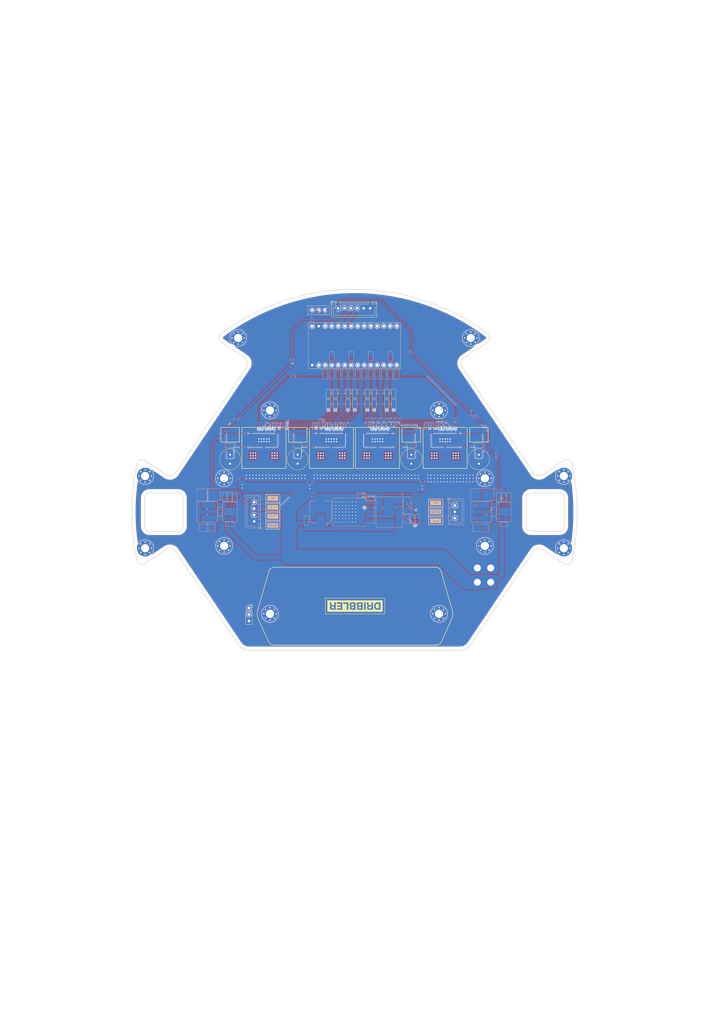
<source format=kicad_pcb>
(kicad_pcb (version 20221018) (generator pcbnew)
  (layers (0 "F.Cu" signal) (31 "B.Cu" signal) (34 "B.Paste" user) (35 "F.Paste" user) (36 "B.SilkS" user "B.Silkscreen") (37 "F.SilkS" user "F.Silkscreen") (38 "B.Mask" user) (39 "F.Mask" user) (44 "Edge.Cuts" user))
  (net 0 "")
  (net 1 "GND")
  (net 2 "+5V")
  (net 4 "+3V3")
  (net 5 "Net-(D2-K)")
  (net 16 "/L1 TX")
  (net 17 "/L1 RX")
  (net 18 "+12V")
  (net 20 "Net-(D1-K)")
  (net 23 "+48V")
  (net 24 "Net-(D3-A)")
  (net 25 "Net-(IC1-COMP)")
  (net 26 "Net-(IC1-FDBK)")
  (net 27 "Net-(U1-BOOT)")
  (net 28 "Net-(U2-BOOT)")
  (net 29 "Net-(C11-Pad1)")
  (net 30 "Net-(U1-VSENSE)")
  (net 31 "Net-(U2-VSENSE)")
  (net 38 "/ESC")
  (net 39 "/L3 RX")
  (net 40 "/L3 TX")
  (net 41 "/M2 PWM")
  (net 42 "/M1 PWM")
  (net 43 "/M4 PWM")
  (net 44 "/M3 PWM")
  (net 45 "/TEENSY PWR")
  (net 63 "Net-(IC2-INA)")
  (net 64 "Net-(IC2-PWM)")
  (net 65 "Net-(IC2-INB)")
  (net 66 "/M1 IN A")
  (net 68 "/M1 IN B")
  (net 69 "/CPM1")
  (net 70 "Net-(IC2-ENB{slash}DIAGB)")
  (net 71 "Net-(IC2-ENA{slash}DIAGA)")
  (net 72 "Net-(IC3-INA)")
  (net 73 "Net-(IC3-PWM)")
  (net 74 "Net-(IC3-INB)")
  (net 75 "/M2 IN A")
  (net 76 "/M2 IN B")
  (net 77 "/OUT B M1")
  (net 78 "/OUT A M1")
  (net 79 "Net-(IC4-INA)")
  (net 80 "Net-(IC4-PWM)")
  (net 81 "Net-(IC4-INB)")
  (net 82 "Net-(IC5-INA)")
  (net 83 "Net-(IC5-PWM)")
  (net 84 "Net-(IC5-INB)")
  (net 85 "/M3 IN A")
  (net 86 "/M4 IN A")
  (net 87 "/M3 IN B")
  (net 88 "/M4 IN B")
  (net 89 "Net-(C15-Pad1)")
  (net 90 "Net-(C21-Pad1)")
  (net 91 "/OUT A M4")
  (net 93 "Net-(IC5-ENA{slash}DIAGA)")
  (net 96 "Net-(IC5-ENB{slash}DIAGB)")
  (net 97 "/CPM4")
  (net 99 "/OUT B M4")
  (net 104 "Net-(C17-Pad1)")
  (net 105 "Net-(C19-Pad1)")
  (net 106 "/OUT A M2")
  (net 108 "Net-(IC3-ENA{slash}DIAGA)")
  (net 111 "Net-(IC3-ENB{slash}DIAGB)")
  (net 112 "/CPM2")
  (net 114 "/OUT B M2")
  (net 119 "/OUT A M3")
  (net 121 "Net-(IC4-ENA{slash}DIAGA)")
  (net 124 "Net-(IC4-ENB{slash}DIAGB)")
  (net 125 "/CPM3")
  (net 127 "/OUT B M3")
  (net 132 "/M SW")
  (footprint "2024l2:res0603" (layer "F.Cu") (at 153.5 167.75 -90)
    (fp_text reference "R30" hide)
    (fp_text value "1K")
  )
  (footprint "2024l2:VNH5019A-E" (layer "F.Cu") (at 139.5 184.95 180)
    (fp_text reference "IC3" hide)
    (fp_text value "VNH5019ATR-E" hide)
  )
  (footprint "MountingHole:MountingHole_3.2mm_M3_Pad_Via" (layer "F.Cu") (at 115.47081 170.274635)
    (fp_text reference "H11" hide)
    (fp_text value "MountingHole_Pad" hide)
  )
  (footprint "2024l2:res0603" (layer "F.Cu") (at 141 163.75 90)
    (fp_text reference "R9" hide)
    (fp_text value "3K3")
  )
  (footprint "MountingHole:MountingHole_3.2mm_M3_Pad_Via" (layer "F.Cu") (at 181.529224 170.274635)
    (fp_text reference "H12" hide)
    (fp_text value "MountingHole_Pad" hide)
  )
  (footprint "2024l2:VNH5019A-E" (layer "F.Cu") (at 113.1 184.95 180)
    (fp_text reference "IC2" hide)
    (fp_text value "VNH5019ATR-E" hide)
  )
  (footprint "2024l2:res0603" (layer "F.Cu") (at 156.2 167.75 -90)
    (fp_text reference "R28" hide)
    (fp_text value "1K")
  )
  (footprint "MountingHole:MountingHole_3.2mm_M3_Pad_Via" (layer "F.Cu") (at 66.708874 224.114135)
    (fp_text reference "H3" hide)
    (fp_text value "MountingHole_Pad" hide)
  )
  (footprint "MountingHole:MountingHole_3.2mm_M3_Pad_Via" (layer "F.Cu") (at 199.423397 196.803836)
    (fp_text reference "H8" hide)
    (fp_text value "MountingHole_Pad" hide)
  )
  (footprint "2024l2:res0603" (layer "F.Cu") (at 145.9 163.75 90)
    (fp_text reference "R16" hide)
    (fp_text value "3K3")
  )
  (footprint "2024l2:res0603" (layer "F.Cu") (at 141 167.75 -90)
    (fp_text reference "R10" hide)
    (fp_text value "1K")
  )
  (footprint "MountingHole:MountingHole_3.2mm_M3_Pad_Via" (layer "F.Cu") (at 66.708875 195.885863)
    (fp_text reference "H9" hide)
    (fp_text value "MountingHole_Pad" hide)
  )
  (footprint "2024l2:res0603" (layer "F.Cu") (at 148.6 163.75 90)
    (fp_text reference "R17" hide)
    (fp_text value "3K3")
  )
  (footprint "2024l2:14 AWG" (layer "F.Cu") (at 201.7 234.6 -90)
    (fp_text reference "J2" hide)
    (fp_text value "Conn_01x02" hide)
  )
  (footprint "kibuzzard-655F6265" (layer "F.Cu") (at 116.58985 204.6425 180)
    (fp_text reference "kibuzzard-655F6265" hide)
    (fp_text value "G***" hide)
  )
  (footprint "2024l2:res0603" (layer "F.Cu") (at 163.8 167.75 -90)
    (fp_text reference "R29" hide)
    (fp_text value "1K")
  )
  (footprint "MountingHole:MountingHole_3.2mm_M3_Pad_Via" (layer "F.Cu") (at 103.056412 141.99842)
    (fp_text reference "H13" hide)
    (fp_text value "MountingHole_Pad" hide)
  )
  (footprint "Connector_JST:JST_XH_B6B-XH-A_1x06_P2.50mm_Vertical" (layer "F.Cu") (at 142.1 130.4)
    (fp_text reference "J6" hide)
    (fp_text value "Conn_01x06" hide)
  )
  (footprint "2024l2:cap0603" (layer "F.Cu") (at 197.1 183.95)
    (fp_text reference "C22" hide)
    (fp_text value "0u1" hide)
  )
  (footprint "kibuzzard-658F8E40" (layer "F.Cu") (at 116.58985 208.1425 180)
    (fp_text reference "kibuzzard-658F8E40" hide)
    (fp_text value "G***" hide)
  )
  (footprint "2024l2:res0603" (layer "F.Cu") (at 153.5 163.75 90)
    (fp_text reference "R27" hide)
    (fp_text value "3K3")
  )
  (footprint "2024l2:res0603" (layer "F.Cu") (at 138.3 163.75 90)
    (fp_text reference "R8" hide)
    (fp_text value "3K3")
  )
  (footprint "2024l2:CP_Radial_D8.0mm_P3.50mm" (layer "F.Cu") (at 170.7 189.35 -90)
    (fp_text reference "C19" hide)
    (fp_text value "470u" hide)
  )
  (footprint "2024l2:cap0603" (layer "F.Cu") (at 99.9 183.95 180)
    (fp_text reference "C16" hide)
    (fp_text value "0u1" hide)
  )
  (footprint "2024l2:14 AWG" (layer "F.Cu") (at 196.5 234.61 -90)
    (fp_text reference "J1" hide)
    (fp_text value "Conn_01x02" hide)
  )
  (footprint "2024l2:CP_Radial_D8.0mm_P3.50mm" (layer "F.Cu") (at 197.1 189.35 -90)
    (fp_text reference "C21" hide)
    (fp_text value "470u" hide)
  )
  (footprint "MountingHole:MountingHole_3.2mm_M3_Pad_Via" (layer "F.Cu") (at 97.576637 196.803836)
    (fp_text reference "H7" hide)
    (fp_text value "MountingHole_Pad" hide)
  )
  (footprint "Connector_PinSocket_2.54mm:PinSocket_1x03_P2.54mm_Vertical" (layer "F.Cu") (at 107.3 247.46)
    (fp_text reference "J4" hide)
    (fp_text value "Conn_01x03" hide)
  )
  (footprint "2024l2:VNH5019A-E" (layer "F.Cu") (at 183.9 184.95 180)
    (fp_text reference "IC5" hide)
    (fp_text value "VNH5019ATR-E" hide)
  )
  (footprint "2024l2:res0603" (layer "F.Cu") (at 145.9 167.75 -90)
    (fp_text reference "R19" hide)
    (fp_text value "1K")
  )
  (footprint "2024l2:8-DFN (5x6)" (layer "F.Cu") (at 99.9 179.800001 -90)
    (fp_text reference "Q1" hide)
    (fp_text value "AON6354" hide)
  )
  (footprint "MountingHole:MountingHole_3.2mm_M3_Pad_Via" (layer "F.Cu") (at 230.29116 224.114135)
    (fp_text reference "H4" hide)
    (fp_text value "MountingHole_Pad" hide)
  )
  (footprint "kibuzzard-658F9141" (layer "F.Cu") (at 180.18985 213.3925 180)
    (fp_text reference "kibuzzard-658F9141" hide)
    (fp_text value "G***" hide)
  )
  (footprint "MountingHole:MountingHole_3.2mm_M3_Pad_Via" (layer "F.Cu") (at 230.291159 195.885863)
    (fp_text reference "H10" hide)
    (fp_text value "MountingHole_Pad" hide)
  )
  (footprint "MountingHole:MountingHole_3.2mm_M3_Pad_Via" (layer "F.Cu") (at 181.529224 249.725365)
    (fp_text reference "H2" hide)
    (fp_text value "MountingHole_Pad" hide)
  )
  (footprint "2024l2:VNH5019A-E" (layer "F.Cu") (at 157.5 184.95 180)
    (fp_text reference "IC4" hide)
    (fp_text value "VNH5019ATR-E" hide)
  )
  (footprint "MountingHole:MountingHole_3.2mm_M3_Pad_Via" (layer "F.Cu") (at 97.576637 223.196162)
    (fp_text reference "H5" hide)
    (fp_text value "MountingHole_Pad" hide)
  )
  (footprint "kibuzzard-655F61C6" (layer "F.Cu") (at 180.18985 209.8925 180)
    (fp_text reference "kibuzzard-655F61C6" hide)
    (fp_text value "G***" hide)
  )
  (footprint "MountingHole:MountingHole_3.2mm_M3_Pad_Via" (layer "F.Cu") (at 115.47081 249.725365)
    (fp_text reference "H1" hide)
    (fp_text value "MountingHole_Pad" hide)
  )
  (footprint "MountingHole:MountingHole_3.2mm_M3_Pad_Via" (layer "F.Cu") (at 193.943622 141.99842)
    (fp_text reference "H14" hide)
    (fp_text value "MountingHole_Pad" hide)
  )
  (footprint "2024l2:SS12D00G3" (layer "F.Cu") (at 134.5 131.1 180)
    (fp_text reference "SW1" hide)
    (fp_text value "SW_SPDT" hide)
  )
  (footprint "2024l2:res0603" (layer "F.Cu") (at 156.2 163.75 90)
    (fp_text reference "R26" hide)
    (fp_text value "3K3")
  )
  (footprint "2024l2:res0603" (layer "F.Cu") (at 161.1 163.75 90)
    (fp_text reference "R25" hide)
    (fp_text value "3K3")
  )
  (footprint "kibuzzard-655F623A" (layer "F.Cu") (at 116.58985 211.6425 180)
    (fp_text reference "kibuzzard-655F623A" hide)
    (fp_text value "G***" hide)
  )
  (footprint "2024l2:8-DFN (5x6)" (layer "F.Cu") (at 197.1 179.800001 90)
    (fp_text reference "Q4" hide)
    (fp_text value "AON6354" hide)
  )
  (footprint "2024l2:CP_Radial_D8.0mm_P3.50mm" (layer "F.Cu") (at 99.9 189.35 -90)
    (fp_text reference "C15" hide)
    (fp_text value "470u" hide)
  )
  (footprint "2024l2:8-DFN (5x6)" (layer "F.Cu") (at 170.7 179.800001 90)
    (fp_text reference "Q3" hide)
    (fp_text value "AON6354" hide)
  )
  (footprint "kibuzzard-655F61C6" (layer "F.Cu") (at 116.58985 215.1425 180)
    (fp_text reference "kibuzzard-655F61C6" hide)
    (fp_text value "G***" hide)
  )
  (footprint "2024l2:res0603" (layer "F.Cu") (at 163.8 163.75 90)
    (fp_text reference "R24" hide)
    (fp_text value "3K3")
  )
  (footprint "kibuzzard-658F913C" (layer "F.Cu") (at 180.18985 206.3925 180)
    (fp_text reference "kibuzzard-658F913C" hide)
    (fp_text value "G***" hide)
  )
  (footprint "2024l2:CP_Radial_D8.0mm_P3.50mm" (layer "F.Cu") (at 126.3 189.35 -90)
    (fp_text reference "C17" hide)
    (fp_text value "470u" hide)
  )
  (footprint "2024l2:res0603" (layer "F.Cu") (at 148.6 167.75 -90)
    (fp_text reference "R18" hide)
    (fp_text value "1K")
  )
  (footprint "kibuzzard-6592C29D" (layer "F.Cu") (at 148.700017 246.7 180)
    (fp_text reference "kibuzzard-6592C29D" hide)
    (fp_text value "G***" hide)
  )
  (footprint "2024l2:8-DFN (5x6)" (layer "F.Cu") (at 126.3 179.800001 -90)
    (fp_text reference "Q2" hide)
    (fp_text value "AON6354" hide)
  )
  (footprint "2024l2:cap0603" (layer "F.Cu") (at 126.3 183.95 180)
    (fp_text reference "C18" hide)
    (fp_text value "0u1" hide)
  )
  (footprint "2024l2:res0603" (layer "F.Cu") (at 161.1 167.75 -90)
    (fp_text reference "R31" hide)
    (fp_text value "1K")
  )
  (footprint "2024l2:Teensy 4.0" (layer "F.Cu") (at 148.5 145 90)
    (fp_text reference "U3" hide)
    (fp_text value "Teensy 4.0" hide)
  )
  (footprint "2024l2:cap0603" (layer "F.Cu") (at 170.7 183.95)
    (fp_text reference "C20" hide)
    (fp_text value "0u1" hide)
  )
  (footprint "MountingHole:MountingHole_3.2mm_M3_Pad_Via" (layer "F.Cu") (at 199.423397 223.196162)
    (fp_text reference "H6" hide)
    (fp_text value "MountingHole_Pad" hide)
  )
  (footprint "2024l2:res0603" (layer "F.Cu") (at 138.3 167.75 -90)
    (fp_text reference "R11" hide)
    (fp_text value "1K")
  )
  (footprint "2024l2:res0603" (layer "B.Cu") (at 137.07 156.24 -90)
    (fp_text reference "R13" hide)
    (fp_text value "1K" hide)
  )
  (footprint "2024l2:res0603" (layer "B.Cu") (at 154.9 204.6 180)
    (fp_text reference "R5" hide)
    (fp_text value "2k94" hide)
  )
  (footprint "2024l2:res0603" (layer "B.Cu") (at 139.61 156.24 -90)
    (fp_text reference "R14" hide)
    (fp_text value "1K" hide)
  )
  (footprint "2024l2:cap0603" (layer "B.Cu") (at 95.98985 209.845 -90)
    (fp_text reference "C3" hide)
    (fp_text value "10n" hide)
  )
  (footprint "kibuzzard-655F623A" (layer "B.Cu") (at 116.58985 211.6425)
    (fp_text reference "kibuzzard-655F623A" hide)
    (fp_text value "G***" hide)
  )
  (footprint "2024l2:res0603" (layer "B.Cu") (at 152.31 156.239999 -90)
    (fp_text reference "R34" hide)
    (fp_text value "1K" hide)
  )
  (footprint "2024l2:res0603" (layer "B.Cu") (at 162.47 149.000001 90)
    (fp_text reference "R39" hide)
    (fp_text value "10K" hide)
  )
  (footprint "2024l2:res0603" (layer "B.Cu") (at 159.93 156.239999 -90)
    (fp_text reference "R35" hide)
    (fp_text value "1K" hide)
  )
  (footprint "2024l2:cap0603" (layer "B.Cu") (at 169.12 212.735 -90)
    (fp_text reference "C12" hide)
    (fp_text value "0u1" hide)
  )
  (footprint "2024l2:res0603" (layer "B.Cu") (at 162.47 156.239999 -90)
    (fp_text reference "R37" hide)
    (fp_text value "1K" hide)
  )
  (footprint "2024l2:res0603" (layer "B.Cu") (at 139.61 148.999999 90)
    (fp_text reference "R15" hide)
    (fp_text value "10K" hide)
  )
  (footprint "2024l2:cap0603" (layer "B.Cu") (at 99.78985 214.745)
    (fp_text reference "C1" hide)
    (fp_text value "10u" hide)
  )
  (footprint "2024l2:res0603" (layer "B.Cu") (at 144.69 156.24 -90)
    (fp_text reference "R21" hide)
    (fp_text value "1K" hide)
  )
  (footprint "2024l2:cap0603" (layer "B.Cu") (at 206.78985 214.785)
    (fp_text reference "C2" hide)
    (fp_text value "10u" hide)
  )
  (footprint "2024l2:res0603" (layer "B.Cu") (at 157.39 156.239999 -90)
    (fp_text reference "R32" hide)
    (fp_text value "1K" hide)
  )
  (footprint "Capacitor_SMD:CP_Elec_8x6.5" (layer "B.Cu") (at 135.3 210 90)
    (fp_text reference "C10" hide)
    (fp_text value "100u" hide)
  )
  (footprint "2024l2:EIA-7343-D" (layer "B.Cu") (at 198.48985 203.285 180)
    (fp_text reference "C6" hide)
    (fp_text value "220u" hide)
  )
  (footprint "2024l2:cap0603" (layer "B.Cu") (at 204.83985 204.185 -90)
    (fp_text reference "C8" hide)
    (fp_text value "0u1" hide)
  )
  (footprint "2024l2:res0603" (layer "B.Cu") (at 147.23 148.999999 90)
    (fp_text reference "R23" hide)
    (fp_text value "10K" hide)
  )
  (footprint "kibuzzard-658F913C" (layer "B.Cu") (at 180.18985 206.3925)
    (fp_text reference "kibuzzard-658F913C" hide)
    (fp_text value "G***" hide)
  )
  (footprint "2024l2:cap0603" (layer "B.Cu") (at 151.2 203.4 180)
    (fp_text reference "C11" hide)
    (fp_text value "1u" hide)
  )
  (footprint "2024l2:EIA-7343-D" (layer "B.Cu") (at 91.48985 203.245 180)
    (fp_text reference "C5" hide)
    (fp_text value "220u" hide)
  )
  (footprint "2024l2:TI_SO-PowerPAD-8" (layer "B.Cu") (at 99.83985 209.895 -90)
    (fp_text reference "U1" hide)
    (fp_text value "TPS5430DDA" hide)
  )
  (footprint "2024l2:res0603" (layer "B.Cu") (at 206.789849 204.185 -90)
    (fp_text reference "R3" hide)
    (fp_text value "10K" hide)
  )
  (footprint "2024l2:TO170P1435X465-6N" (layer "B.Cu") (at 148.5 210 180)
    (fp_text reference "IC1" hide)
    (fp_text value "LM2587S-ADJ" hide)
  )
  (footprint "kibuzzard-658F9141" (layer "B.Cu") (at 180.18985 213.3925)
    (fp_text reference "kibuzzard-658F9141" hide)
    (fp_text value "G***" hide)
  )
  (footprint "2024l2:res0603" (layer "B.Cu") (at 154.85 149.000001 90)
    (fp_text reference "R38" hide)
    (fp_text value "10K" hide)
  )
  (footprint "2024l2:res0603" (layer "B.Cu") (at 101.73985 204.145 90)
    (fp_text reference "R2" hide)
    (fp_text value "5K9" hide)
  )
  (footprint "2024l2:0630 One Piece Inductor" (layer "B.Cu") (at 90.93985 209.895 90)
    (fp_text reference "L1" hide)
    (fp_text value "15uH" hide)
  )
  (footprint "2024l2(DRV):SMA (DO-214AC)" (layer "B.Cu") (at 90.93985 216.145 180)
    (fp_text reference "D1" hide)
    (fp_text value "SS54" hide)
  )
  (footprint "2024l2:0630 One Piece Inductor" (layer "B.Cu") (at 197.93985 209.935 90)
    (fp_text reference "L2" hide)
    (fp_text value "15uH" hide)
  )
  (footprint "2024l2:res0603" (layer "B.Cu") (at 171.15 212.75 -90)
    (fp_text reference "R6" hide)
    (fp_text value "60K" hide)
  )
  (footprint "Connector_JST:JST_XH_B4B-XH-A_1x04_P2.50mm_Vertical" (layer "B.Cu") (at 109.3 213.645 90)
    (fp_text reference "J5" hide)
    (fp_text value "Conn_01x04" hide)
  )
  (footprint "2024l2:res0603" (layer "B.Cu") (at 154.85 156.24 -90)
    (fp_text reference "R36" hide)
    (fp_text value "1K" hide)
  )
  (footprint "2024l2:cap0603" (layer "B.Cu") (at 202.98985 209.885 -90)
    (fp_text reference "C4" hide)
    (fp_text value "10n" hide)
  )
  (footprint "2024l2:res0603" (layer "B.Cu") (at 165.01 156.239999 -90)
    (fp_text reference "R33" hide)
    (fp_text value "1K" hide)
  )
  (footprint "2024l2:res0603" (layer "B.Cu") (at 147.23 156.239999 -90)
    (fp_text reference "R22" hide)
    (fp_text value "1K" hide)
  )
  (footprint "2024l2:TI_SO-PowerPAD-8" (layer "B.Cu") (at 206.83985 209.935 -90)
    (fp_text reference "U2" hide)
    (fp_text value "TPS5430DDA" hide)
  )
  (footprint "kibuzzard-658F8E40" (layer "B.Cu") (at 116.58985 208.1425)
    (fp_text reference "kibuzzard-658F8E40" hide)
    (fp_text value "G***" hide)
  )
  (footprint "Connector_JST:JST_XH_B3B-XH-A_1x03_P2.50mm_Vertical" (layer "B.Cu") (at 187.7 207.395 -90)
    (fp_text reference "J3" hide)
    (fp_text value "Conn_01x03" hide)
  )
  (footprint "2024l2:res0603" (layer "B.Cu") (at 142.15 156.24 -90)
    (fp_text reference "R12" hide)
    (fp_text value "1K" hide)
  )
  (footprint "kibuzzard-655F61C6" (layer "B.Cu") (at 116.58985 215.1425)
    (fp_text reference "kibuzzard-655F61C6" hide)
    (fp_text value "G***" hide)
  )
  (footprint "kibuzzard-655F61C6" (layer "B.Cu") (at 180.18985 209.8925)
    (fp_text reference "kibuzzard-655F61C6" hide)
    (fp_text value "G***" hide)
  )
  (footprint "2024l2:res0603" (layer "B.Cu") (at 208.73985 204.185 90)
    (fp_text reference "R4" hide)
    (fp_text value "3K24" hide)
  )
  (footprint "2024l2:res0603" (layer "B.Cu") (at 149.77 156.24 -90)
    (fp_text reference "R20" hide)
    (fp_text value "1K" hide)
  )
  (footprint "2024l2:1040 One Piece Inductor" (layer "B.Cu") (at 162.1 210 -90)
    (fp_text reference "L3" hide)
    (fp_text value "68uH" hide)
  )
  (footprint "kibuzzard-655F6265" (layer "B.Cu") (at 116.58985 204.6425)
    (fp_text reference "kibuzzard-655F6265" hide)
    (fp_text value "G***" hide)
  )
  (footprint "2024l2:res0603" (layer "B.Cu") (at 99.789849 204.145 -90)
    (fp_text reference "R1" hide)
    (fp_text value "10K" hide)
  )
  (footprint "2024l2:res0603" (layer "B.Cu") (at 173.145 212.75 90)
    (fp_text reference "R7" hide)
    (fp_text value "1K5" hide)
  )
  (footprint "2024l2(DRV):SMA (DO-214AC)" (layer "B.Cu") (at 197.93985 216.185 180)
    (fp_text reference "D2" hide)
    (fp_text value "SS54" hide)
  )
  (footprint "2024l2:cap0603" (layer "B.Cu") (at 97.83985 204.145 -90)
    (fp_text reference "C7" hide)
    (fp_text value "0u1" hide)
  )
  (footprint "2024l2:SMA (DO-214AC)" (layer "B.Cu") (at 169.1 207.315 90)
    (fp_text reference "D3" hide)
    (fp_text value "SS510" hide)
  )
  (footprint "2024l2:cap0603" (layer "B.Cu") (at 129.7 213.4 90)
    (fp_text reference "C9" hide)
    (fp_text value "0u1" hide)
  )
  (gr_rect (start 177.42985 211.8725) (end 182.94985 214.9175) (stroke (width 0.2)) (fill none) (layer "B.SilkS"))
  (gr_rect (start 177.42985 204.8725) (end 182.94985 207.9175) (stroke (width 0.2)) (fill none) (layer "B.SilkS"))
  (gr_rect (start 113.82985 210.1225) (end 119.34985 213.1675) (stroke (width 0.2)) (fill none) (layer "B.SilkS"))
  (gr_rect (start 113.82985 203.1225) (end 119.34985 206.1675) (stroke (width 0.2)) (fill none) (layer "B.SilkS"))
  (gr_rect (start 113.82985 206.6225) (end 119.34985 209.6675) (stroke (width 0.2)) (fill none) (layer "B.SilkS"))
  (gr_rect (start 177.42985 208.3725) (end 182.94985 211.4175) (stroke (width 0.2)) (fill none) (layer "B.SilkS"))
  (gr_rect (start 113.82985 213.6225) (end 119.34985 216.6675) (stroke (width 0.2)) (fill none) (layer "B.SilkS"))
  (gr_rect (start 177.42985 211.8725) (end 182.94985 214.9175) (stroke (width 0.2)) (fill none) (layer "F.SilkS"))
  (gr_rect (start 113.82985 210.1225) (end 119.34985 213.1675) (stroke (width 0.2)) (fill none) (layer "F.SilkS"))
  (gr_arc (start 182.416571 260.641667) (mid 181.60477 261.576554) (end 180.416639 261.925) (stroke (width 0.2)) (layer "F.SilkS"))
  (gr_rect (start 177.42985 208.3725) (end 182.94985 211.4175) (stroke (width 0.2)) (fill none) (layer "F.SilkS"))
  (gr_line (start 115.090217 233.113889) (end 110.704661 248.280555) (stroke (width 0.2)) (layer "F.SilkS"))
  (gr_rect (start 113.82985 213.6225) (end 119.34985 216.6675) (stroke (width 0.2)) (fill none) (layer "F.SilkS"))
  (gr_arc (start 116.983395 261.925) (mid 115.795257 261.576579) (end 114.983464 260.641667) (stroke (width 0.2)) (layer "F.SilkS"))
  (gr_line (start 186.695373 248.280555) (end 182.309818 233.113889) (stroke (width 0.2)) (layer "F.SilkS"))
  (gr_rect (start 113.82985 203.1225) (end 119.34985 206.1675) (stroke (width 0.2)) (fill none) (layer "F.SilkS"))
  (gr_arc (start 186.695373 248.280555) (mid 186.885729 250.110214) (end 186.427127 251.891667) (stroke (width 0.2)) (layer "F.SilkS"))
  (gr_line (start 110.972908 251.891667) (end 114.983464 260.641667) (stroke (width 0.2)) (layer "F.SilkS"))
  (gr_rect (start 177.42985 204.8725) (end 182.94985 207.9175) (stroke (width 0.2)) (fill none) (layer "F.SilkS"))
  (gr_arc (start 115.090217 233.113889) (mid 115.881615 231.966547) (end 117.203636 231.525) (stroke (width 0.2)) (layer "F.SilkS"))
  (gr_line (start 182.416571 260.641667) (end 186.427127 251.891667) (stroke (width 0.2)) (layer "F.SilkS"))
  (gr_arc (start 110.972908 251.891667) (mid 110.514304 250.110215) (end 110.704661 248.280555) (stroke (width 0.2)) (layer "F.SilkS"))
  (gr_rect (start 113.82985 206.6225) (end 119.34985 209.6675) (stroke (width 0.2)) (fill none) (layer "F.SilkS"))
  (gr_arc (start 180.196398 231.525) (mid 181.518435 231.966528) (end 182.309818 233.113889) (stroke (width 0.2)) (layer "F.SilkS"))
  (gr_line (start 116.983395 261.925) (end 180.416639 261.925) (stroke (width 0.2)) (layer "F.SilkS"))
  (gr_rect (start 137.100017 243.6) (end 160.300017 249.8) (stroke (width 0.15)) (fill none) (layer "F.SilkS"))
  (gr_line (start 180.196398 231.525) (end 117.203636 231.525) (stroke (width 0.2)) (layer "F.SilkS"))
  (gr_line (start 81.5 204.5) (end 81.5 215.5) (stroke (width 0.2)) (layer "Edge.Cuts"))
  (gr_line (start 74.979669 195.433507) (end 66.660461 189.822131) (stroke (width 0.2)) (layer "Edge.Cuts"))
  (gr_arc (start 96.473476 143.589276) (mid 95.592454 141.979935) (end 96.394023 140.329582) (stroke (width 0.2)) (layer "Edge.Cuts"))
  (gr_arc (start 81.5 215.5) (mid 80.914214 216.914214) (end 79.5 217.5) (stroke (width 0.2)) (layer "Edge.Cuts"))
  (gr_arc (start 228.5 202.5) (mid 229.914214 203.085786) (end 230.5 204.5) (stroke (width 0.2)) (layer "Edge.Cuts"))
  (gr_arc (start 107.227032 263.962987) (mid 104.879665 263.377736) (end 103.081844 261.758951) (stroke (width 0.2)) (layer "Edge.Cuts"))
  (gr_line (start 107.227032 263.962987) (end 189.772968 263.962987) (stroke (width 0.2)) (layer "Edge.Cuts"))
  (gr_line (start 230.5 204.5) (end 230.5 215.5) (stroke (width 0.2)) (layer "Edge.Cuts"))
  (gr_arc (start 105.735279 149.836441) (mid 106.791363 151.432012) (end 106.40989 153.307017) (stroke (width 0.2)) (layer "Edge.Cuts"))
  (gr_arc (start 66.5 204.5) (mid 67.085786 203.085786) (end 68.5 202.5) (stroke (width 0.2)) (layer "Edge.Cuts"))
  (gr_arc (start 63.590124 191.044446) (mid 64.802334 189.622019) (end 66.660461 189.822131) (stroke (width 0.2)) (layer "Edge.Cuts"))
  (gr_line (start 106.40989 153.307017) (end 78.450245 194.758896) (stroke (width 0.2)) (layer "Edge.Cuts"))
  (gr_line (start 66.5 215.5) (end 66.5 204.5) (stroke (width 0.2)) (layer "Edge.Cuts"))
  (gr_line (start 193.918156 261.758951) (end 218.549755 225.241104) (stroke (width 0.2)) (layer "Edge.Cuts"))
  (gr_arc (start 233.409876 191.044446) (mid 235.5 210) (end 233.409876 228.955554) (stroke (width 0.2)) (layer "Edge.Cuts"))
  (gr_line (start 79.5 217.5) (end 68.5 217.5) (stroke (width 0.2)) (layer "Edge.Cuts"))
  (gr_line (start 228.5 217.5) (end 217.5 217.5) (stroke (width 0.2)) (layer "Edge.Cuts"))
  (gr_line (start 230.339539 189.822131) (end 222.020331 195.433507) (stroke (width 0.2)) (layer "Edge.Cuts"))
  (gr_arc (start 218.549755 225.241104) (mid 220.145327 224.185019) (end 222.020331 224.566493) (stroke (width 0.2)) (layer "Edge.Cuts"))
  (gr_arc (start 193.918156 261.758951) (mid 192.120326 263.377725) (end 189.772968 263.962987) (stroke (width 0.2)) (layer "Edge.Cuts"))
  (gr_arc (start 230.339539 189.822131) (mid 232.197669 189.622041) (end 233.409876 191.044446) (stroke (width 0.2)) (layer "Edge.Cuts"))
  (gr_line (start 215.5 215.5) (end 215.5 204.5) (stroke (width 0.2)) (layer "Edge.Cuts"))
  (gr_line (start 66.660461 230.177869) (end 74.979669 224.566493) (stroke (width 0.2)) (layer "Edge.Cuts"))
  (gr_arc (start 190.59011 153.307017) (mid 190.208636 151.432013) (end 191.264721 149.836441) (stroke (width 0.2)) (layer "Edge.Cuts"))
  (gr_line (start 68.5 202.5) (end 79.5 202.5) (stroke (width 0.2)) (layer "Edge.Cuts"))
  (gr_line (start 217.5 202.5) (end 228.5 202.5) (stroke (width 0.2)) (layer "Edge.Cuts"))
  (gr_arc (start 215.5 204.5) (mid 216.085786 203.085786) (end 217.5 202.5) (stroke (width 0.2)) (layer "Edge.Cuts"))
  (gr_arc (start 233.409876 228.955554) (mid 232.197669 230.377959) (end 230.339539 230.177869) (stroke (width 0.2)) (layer "Edge.Cuts"))
  (gr_arc (start 78.450245 194.758896) (mid 76.854681 195.814943) (end 74.979669 195.433507) (stroke (width 0.2)) (layer "Edge.Cuts"))
  (gr_line (start 222.020331 224.566493) (end 230.339539 230.177869) (stroke (width 0.2)) (layer "Edge.Cuts"))
  (gr_arc (start 96.394023 140.329582) (mid 148.5 123) (end 200.605977 140.329582) (stroke (width 0.2)) (layer "Edge.Cuts"))
  (gr_line (start 96.473476 143.589276) (end 105.735279 149.836441) (stroke (width 0.2)) (layer "Edge.Cuts"))
  (gr_arc (start 79.5 202.5) (mid 80.914214 203.085786) (end 81.5 204.5) (stroke (width 0.2)) (layer "Edge.Cuts"))
  (gr_line (start 78.450245 225.241104) (end 103.081844 261.758951) (stroke (width 0.2)) (layer "Edge.Cuts"))
  (gr_arc (start 217.5 217.5) (mid 216.085786 216.914214) (end 215.5 215.5) (stroke (width 0.2)) (layer "Edge.Cuts"))
  (gr_arc (start 74.979669 224.566493) (mid 76.854694 224.184988) (end 78.450245 225.241104) (stroke (width 0.2)) (layer "Edge.Cuts"))
  (gr_line (start 191.264721 149.836441) (end 200.526524 143.589276) (stroke (width 0.2)) (layer "Edge.Cuts"))
  (gr_arc (start 230.5 215.5) (mid 229.914214 216.914214) (end 228.5 217.5) (stroke (width 0.2)) (layer "Edge.Cuts"))
  (gr_arc (start 222.020331 195.433507) (mid 220.145327 195.814981) (end 218.549755 194.758896) (stroke (width 0.2)) (layer "Edge.Cuts"))
  (gr_arc (start 66.660461 230.177869) (mid 64.80235 230.377943) (end 63.590124 228.955554) (stroke (width 0.2)) (layer "Edge.Cuts"))
  (gr_arc (start 68.5 217.5) (mid 67.085786 216.914214) (end 66.5 215.5) (stroke (width 0.2)) (layer "Edge.Cuts"))
  (gr_arc (start 63.590124 228.955554) (mid 61.5 210) (end 63.590124 191.044446) (stroke (width 0.2)) (layer "Edge.Cuts"))
  (gr_arc (start 200.605977 140.329582) (mid 201.407545 141.979935) (end 200.526524 143.589276) (stroke (width 0.2)) (layer "Edge.Cuts"))
  (gr_line (start 218.549755 194.758896) (end 190.59011 153.307017) (stroke (width 0.2)) (layer "Edge.Cuts"))
  (via (at 126.62 195.6) (size 0.8) (drill 0.4) (layers "F.Cu" "B.Cu") (net 1))
  (via (at 182.18 196.87) (size 0.8) (drill 0.4) (layers "F.Cu" "B.Cu") (net 1))
  (via (at 122.81 196.87) (size 0.8) (drill 0.4) (layers "F.Cu" "B.Cu") (net 1))
  (via (at 193.61 195.6) (size 0.8) (drill 0.4) (layers "F.Cu" "B.Cu") (net 1))
  (via (at 113.92 196.87) (size 0.8) (drill 0.4) (layers "F.Cu" "B.Cu") (net 1))
  (via (at 193.61 198.14) (size 0.8) (drill 0.4) (layers "F.Cu" "B.Cu") (net 1))
  (via (at 180.91 198.14) (size 0.8) (drill 0.4) (layers "F.Cu" "B.Cu") (net 1))
  (via (at 137.78 196.87) (size 0.8) (drill 0.4) (layers "F.Cu" "B.Cu") (net 1))
  (via (at 124.08 195.6) (size 0.8) (drill 0.4) (layers "F.Cu" "B.Cu") (net 1))
  (via (at 185.99 196.87) (size 0.8) (drill 0.4) (layers "F.Cu" "B.Cu") (net 1))
  (via (at 189.8 196.87) (size 0.8) (drill 0.4) (layers "F.Cu" "B.Cu") (net 1))
  (via (at 140.32 196.87) (size 0.8) (drill 0.4) (layers "F.Cu" "B.Cu") (net 1))
  (via (at 177.1 195.6) (size 0.8) (drill 0.4) (layers "F.Cu" "B.Cu") (net 1))
  (via (at 158.1 196.87) (size 0.8) (drill 0.4) (layers "F.Cu" "B.Cu") (net 1))
  (via (at 117.73 196.87) (size 0.8) (drill 0.4) (layers "F.Cu" "B.Cu") (net 1))
  (via (at 179.64 195.6) (size 0.8) (drill 0.4) (layers "F.Cu" "B.Cu") (net 1))
  (via (at 158.1 195.6) (size 0.8) (drill 0.4) (layers "F.Cu" "B.Cu") (net 1))
  (via (at 141.59 195.6) (size 0.8) (drill 0.4) (layers "F.Cu" "B.Cu") (net 1))
  (via (at 144.13 196.87) (size 0.8) (drill 0.4) (layers "F.Cu" "B.Cu") (net 1))
  (via (at 111.38 196.87) (size 0.8) (drill 0.4) (layers "F.Cu" "B.Cu") (net 1))
  (via (at 179.64 196.87) (size 0.8) (drill 0.4) (layers "F.Cu" "B.Cu") (net 1))
  (via (at 107.57 196.87) (size 0.8) (drill 0.4) (layers "F.Cu" "B.Cu") (net 1))
  (via (at 132.7 195.6) (size 0.8) (drill 0.4) (layers "F.Cu" "B.Cu") (net 1))
  (via (at 142.86 195.6) (size 0.8) (drill 0.4) (layers "F.Cu" "B.Cu") (net 1))
  (via (at 110.11 196.87) (size 0.8) (drill 0.4) (layers "F.Cu" "B.Cu") (net 1))
  (via (at 192.34 195.6) (size 0.8) (drill 0.4) (layers "F.Cu" "B.Cu") (net 1))
  (via (at 172.07 196.87) (size 0.8) (drill 0.4) (layers "F.Cu" "B.Cu") (net 1))
  (via (at 180.91 195.6) (size 0.8) (drill 0.4) (layers "F.Cu" "B.Cu") (net 1))
  (via (at 133.97 196.87) (size 0.8) (drill 0.4) (layers "F.Cu" "B.Cu") (net 1))
  (via (at 124.08 196.87) (size 0.8) (drill 0.4) (layers "F.Cu" "B.Cu") (net 1))
  (via (at 184.72 195.6) (size 0.8) (drill 0.4) (layers "F.Cu" "B.Cu") (net 1))
  (via (at 183.45 195.6) (size 0.8) (drill 0.4) (layers "F.Cu" "B.Cu") (net 1))
  (via (at 184.72 198.14) (size 0.8) (drill 0.4) (layers "F.Cu" "B.Cu") (net 1))
  (via (at 166.99 196.87) (size 0.8) (drill 0.4) (layers "F.Cu" "B.Cu") (net 1))
  (via (at 192.34 196.87) (size 0.8) (drill 0.4) (layers "F.Cu" "B.Cu") (net 1))
  (via (at 156.83 196.87) (size 0.8) (drill 0.4) (layers "F.Cu" "B.Cu") (net 1))
  (via (at 169.53 196.87) (size 0.8) (drill 0.4) (layers "F.Cu" "B.Cu") (net 1))
  (via (at 133.97 195.6) (size 0.8) (drill 0.4) (layers "F.Cu" "B.Cu") (net 1))
  (via (at 154.29 195.6) (size 0.8) (drill 0.4) (layers "F.Cu" "B.Cu") (net 1))
  (via (at 165.72 195.6) (size 0.8) (drill 0.4) (layers "F.Cu" "B.Cu") (net 1))
  (via (at 153.02 196.87) (size 0.8) (drill 0.4) (layers "F.Cu" "B.Cu") (net 1))
  (via (at 185.99 195.6) (size 0.8) (drill 0.4) (layers "F.Cu" "B.Cu") (net 1))
  (via (at 178.37 198.14) (size 0.8) (drill 0.4) (layers "F.Cu" "B.Cu") (net 1))
  (via (at 108.84 196.87) (size 0.8) (drill 0.4) (layers "F.Cu" "B.Cu") (net 1))
  (via (at 142.86 196.87) (size 0.8) (drill 0.4) (layers "F.Cu" "B.Cu") (net 1))
  (via (at 165.72 196.87) (size 0.8) (drill 0.4) (layers "F.Cu" "B.Cu") (net 1))
  (via (at 161.91 196.87) (size 0.8) (drill 0.4) (layers "F.Cu" "B.Cu") (net 1))
  (via (at 177.1 198.14) (size 0.8) (drill 0.4) (layers "F.Cu" "B.Cu") (net 1))
  (via (at 137.78 195.6) (size 0.8) (drill 0.4) (layers "F.Cu" "B.Cu") (net 1))
  (via (at 178.37 196.87) (size 0.8) (drill 0.4) (layers "F.Cu" "B.Cu") (net 1))
  (via (at 145.4 195.6) (size 0.8) (drill 0.4) (layers "F.Cu" "B.Cu") (net 1))
  (via (at 192.34 198.14) (size 0.8) (drill 0.4) (layers "F.Cu" "B.Cu") (net 1))
  (via (at 182.18 195.6) (size 0.8) (drill 0.4) (layers "F.Cu" "B.Cu") (net 1))
  (via (at 189.8 195.6) (size 0.8) (drill 0.4) (layers "F.Cu" "B.Cu") (net 1))
  (via (at 119 195.6) (size 0.8) (drill 0.4) (layers "F.Cu" "B.Cu") (net 1))
  (via (at 121.54 196.87) (size 0.8) (drill 0.4) (layers "F.Cu" "B.Cu") (net 1))
  (via (at 106.3 196.87) (size 0.8) (drill 0.4) (layers "F.Cu" "B.Cu") (net 1))
  (via (at 149.21 195.6) (size 0.8) (drill 0.4) (layers "F.Cu" "B.Cu") (net 1))
  (via (at 145.4 196.87) (size 0.8) (drill 0.4) (layers "F.Cu" "B.Cu") (net 1))
  (via (at 193.61 196.87) (size 0.8) (drill 0.4) (layers "F.Cu" "B.Cu") (net 1))
  (via (at 122.81 195.6) (size 0.8) (drill 0.4) (layers "F.Cu" "B.Cu") (net 1))
  (via (at 149.21 196.87) (size 0.8) (drill 0.4) (layers "F.Cu" "B.Cu") (net 1))
  (via (at 188.53 198.14) (size 0.8) (drill 0.4) (layers "F.Cu" "B.Cu") (net 1))
  (via (at 112.65 196.87) (size 0.8) (drill 0.4) (layers "F.Cu" "B.Cu") (net 1))
  (via (at 191.07 196.87) (size 0.8) (drill 0.4) (layers "F.Cu" "B.Cu") (net 1))
  (via (at 147.94 196.87) (size 0.8) (drill 0.4) (layers "F.Cu" "B.Cu") (net 1))
  (via (at 120.27 196.87) (size 0.8) (drill 0.4) (layers "F.Cu" "B.Cu") (net 1))
  (via (at 113.92 195.6) (size 0.8) (drill 0.4) (layers "F.Cu" "B.Cu") (net 1))
  (via (at 179.64 198.14) (size 0.8) (drill 0.4) (layers "F.Cu" "B.Cu") (net 1))
  (via (at 170.8 195.6) (size 0.8) (drill 0.4) (layers "F.Cu" "B.Cu") (net 1))
  (via (at 147.94 195.6) (size 0.8) (drill 0.4) (layers "F.Cu" "B.Cu") (net 1))
  (via (at 108.84 195.6) (size 0.8) (drill 0.4) (layers "F.Cu" "B.Cu") (net 1))
  (via (at 150.48 196.87) (size 0.8) (drill 0.4) (layers "F.Cu" "B.Cu") (net 1))
  (via (at 159.37 195.6) (size 0.8) (drill 0.4) (layers "F.Cu" "B.Cu") (net 1))
  (via (at 153.02 195.6) (size 0.8) (drill 0.4) (layers "F.Cu" "B.Cu") (net 1))
  (via (at 117.73 195.6) (size 0.8) (drill 0.4) (layers "F.Cu" "B.Cu") (net 1))
  (via (at 129.16 196.87) (size 0.8) (drill 0.4) (layers "F.Cu" "B.Cu") (net 1))
  (via (at 183.45 198.14) (size 0.8) (drill 0.4) (layers "F.Cu" "B.Cu") (net 1))
  (via (at 151.75 195.6) (size 0.8) (drill 0.4) (layers "F.Cu" "B.Cu") (net 1))
  (via (at 194.88 198.14) (size 0.8) (drill 0.4) (layers "F.Cu" "B.Cu") (net 1))
  (via (at 163.18 195.6) (size 0.8) (drill 0.4) (layers "F.Cu" "B.Cu") (net 1))
  (via (at 106.3 195.6) (size 0.8) (drill 0.4) (layers "F.Cu" "B.Cu") (net 1))
  (via (at 182.18 198.14) (size 0.8) (drill 0.4) (layers "F.Cu" "B.Cu") (net 1))
  (via (at 135.24 195.6) (size 0.8) (drill 0.4) (layers "F.Cu" "B.Cu") (net 1))
  (via (at 129.16 195.6) (size 0.8) (drill 0.4) (layers "F.Cu" "B.Cu") (net 1))
  (via (at 168.26 195.6) (size 0.8) (drill 0.4) (layers "F.Cu" "B.Cu") (net 1))
  (via (at 155.56 196.87) (size 0.8) (drill 0.4) (layers "F.Cu" "B.Cu") (net 1))
  (via (at 187.26 198.14) (size 0.8) (drill 0.4) (layers "F.Cu" "B.Cu") (net 1))
  (via (at 187.26 195.6) (size 0.8) (drill 0.4) (layers "F.Cu" "B.Cu") (net 1))
  (via (at 154.29 196.87) (size 0.8) (drill 0.4) (layers "F.Cu" "B.Cu") (net 1))
  (via (at 116.46 196.87) (size 0.8) (drill 0.4) (layers "F.Cu" "B.Cu") (net 1))
  (via (at 183.45 196.87) (size 0.8) (drill 0.4) (layers "F.Cu" "B.Cu") (net 1))
  (via (at 169.53 195.6) (size 0.8) (drill 0.4) (layers "F.Cu" "B.Cu") (net 1))
  (via (at 146.67 196.87) (size 0.8) (drill 0.4) (layers "F.Cu" "B.Cu") (net 1))
  (via (at 178.37 195.6) (size 0.8) (drill 0.4) (layers "F.Cu" "B.Cu") (net 1))
  (via (at 187.26 196.87) (size 0.8) (drill 0.4) (layers "F.Cu" "B.Cu") (net 1))
  (via (at 140.32 195.6) (size 0.8) (drill 0.4) (layers "F.Cu" "B.Cu") (net 1))
  (via (at 125.35 195.6) (size 0.8) (drill 0.4) (layers "F.Cu" "B.Cu") (net 1))
  (via (at 161.91 195.6) (size 0.8) (drill 0.4) (layers "F.Cu" "B.Cu") (net 1))
  (via (at 126.62 196.87) (size 0.8) (drill 0.4) (layers "F.Cu" "B.Cu") (net 1))
  (via (at 189.8 198.14) (size 0.8) (drill 0.4) (layers "F.Cu" "B.Cu") (net 1))
  (via (at 185.99 198.14) (size 0.8) (drill 0.4) (layers "F.Cu" "B.Cu") (net 1))
  (via (at 150.48 195.6) (size 0.8) (drill 0.4) (layers "F.Cu" "B.Cu") (net 1))
  (via (at 139.05 195.6) (size 0.8) (drill 0.4) (layers "F.Cu" "B.Cu") (net 1))
  (via (at 139.05 196.87) (size 0.8) (drill 0.4) (layers "F.Cu" "B.Cu") (net 1))
  (via (at 194.88 195.6) (size 0.8) (drill 0.4) (layers "F.Cu" "B.Cu") (net 1))
  (via (at 188.53 196.87) (size 0.8) (drill 0.4) (layers "F.Cu" "B.Cu") (net 1))
  (via (at 170.8 196.87) (size 0.8) (drill 0.4) (layers "F.Cu" "B.Cu") (net 1))
  (via (at 173.34 195.6) (size 0.8) (drill 0.4) (layers "F.Cu" "B.Cu") (net 1))
  (via (at 110.11 195.6) (size 0.8) (drill 0.4) (layers "F.Cu" "B.Cu") (net 1))
  (via (at 164.45 196.87) (size 0.8) (drill 0.4) (layers "F.Cu" "B.Cu") (net 1))
  (via (at 173.34 196.87) (size 0.8) (drill 0.4) (layers "F.Cu" "B.Cu") (net 1))
  (via (at 111.38 195.6) (size 0.8) (drill 0.4) (layers "F.Cu" "B.Cu") (net 1))
  (via (at 160.64 195.6) (size 0.8) (drill 0.4) (layers "F.Cu" "B.Cu") (net 1))
  (via (at 121.54 195.6) (size 0.8) (drill 0.4) (layers "F.Cu" "B.Cu") (net 1))
  (via (at 191.07 195.6) (size 0.8) (drill 0.4) (layers "F.Cu" "B.Cu") (net 1))
  (via (at 160.64 196.87) (size 0.8) (drill 0.4) (layers "F.Cu" "B.Cu") (net 1))
  (via (at 120.27 195.6) (size 0.8) (drill 0.4) (layers "F.Cu" "B.Cu") (net 1))
  (via (at 116.46 195.6) (size 0.8) (drill 0.4) (layers "F.Cu" "B.Cu") (net 1))
  (via (at 184.72 196.87) (size 0.8) (drill 0.4) (layers "F.Cu" "B.Cu") (net 1))
  (via (at 127.89 196.87) (size 0.8) (drill 0.4) (layers "F.Cu" "B.Cu") (net 1))
  (via (at 144.13 195.6) (size 0.8) (drill 0.4) (layers "F.Cu" "B.Cu") (net 1))
  (via (at 135.24 196.87) (size 0.8) (drill 0.4) (layers "F.Cu" "B.Cu") (net 1))
  (via (at 151.75 196.87) (size 0.8) (drill 0.4) (layers "F.Cu" "B.Cu") (net 1))
  (via (at 127.89 195.6) (size 0.8) (drill 0.4) (layers "F.Cu" "B.Cu") (net 1))
  (via (at 172.07 195.6) (size 0.8) (drill 0.4) (layers "F.Cu" "B.Cu") (net 1))
  (via (at 180.91 196.87) (size 0.8) (drill 0.4) (layers "F.Cu" "B.Cu") (net 1))
  (via (at 136.51 195.6) (size 0.8) (drill 0.4) (layers "F.Cu" "B.Cu") (net 1))
  (via (at 119 196.87) (size 0.8) (drill 0.4) (layers "F.Cu" "B.Cu") (net 1))
  (via (at 191.07 198.14) (size 0.8) (drill 0.4) (layers "F.Cu" "B.Cu") (net 1))
  (via (at 177.1 196.87) (size 0.8) (drill 0.4) (layers "F.Cu" "B.Cu") (net 1))
  (via (at 168.26 196.87) (size 0.8) (drill 0.4) (layers "F.Cu" "B.Cu") (net 1))
  (via (at 136.51 196.87) (size 0.8) (drill 0.4) (layers "F.Cu" "B.Cu") (net 1))
  (via (at 112.65 195.6) (size 0.8) (drill 0.4) (layers "F.Cu" "B.Cu") (net 1))
  (via (at 155.56 195.6) (size 0.8) (drill 0.4) (layers "F.Cu" "B.Cu") (net 1))
  (via (at 188.53 195.6) (size 0.8) (drill 0.4) (layers "F.Cu" "B.Cu") (net 1))
  (via (at 107.57 195.6) (size 0.8) (drill 0.4) (layers "F.Cu" "B.Cu") (net 1))
  (via (at 141.59 196.87) (size 0.8) (drill 0.4) (layers "F.Cu" "B.Cu") (net 1))
  (via (at 146.67 195.6) (size 0.8) (drill 0.4) (layers "F.Cu" "B.Cu") (net 1))
  (via (at 115.19 195.6) (size 0.8) (drill 0.4) (layers "F.Cu" "B.Cu") (net 1))
  (via (at 156.83 195.6) (size 0.8) (drill 0.4) (layers "F.Cu" "B.Cu") (net 1))
  (via (at 125.35 196.87) (size 0.8) (drill 0.4) (layers "F.Cu" "B.Cu") (net 1))
  (via (at 166.99 195.6) (size 0.8) (drill 0.4) (layers "F.Cu" "B.Cu") (net 1))
  (via (at 194.88 196.87) (size 0.8) (drill 0.4) (layers "F.Cu" "B.Cu") (net 1))
  (via (at 132.7 196.87) (size 0.8) (drill 0.4) (layers "F.Cu" "B.Cu") (net 1))
  (via (at 115.19 196.87) (size 0.8) (drill 0.4) (layers "F.Cu" "B.Cu") (net 1))
  (via (at 164.45 195.6) (size 0.8) (drill 0.4) (layers "F.Cu" "B.Cu") (net 1))
  (via (at 159.37 196.87) (size 0.8) (drill 0.4) (layers "F.Cu" "B.Cu") (net 1))
  (via (at 163.18 196.87) (size 0.8) (drill 0.4) (layers "F.Cu" "B.Cu") (net 1))
  (segment (start 141.4 131.1) (end 142.1 130.4) (width 0.75) (layer "F.Cu") (net 2))
  (segment (start 137 131.1) (end 141.4 131.1) (width 0.75) (layer "F.Cu") (net 2))
  (segment (start 200.7 177.925) (end 200.7 184.7) (width 0.75) (layer "B.Cu") (net 2))
  (segment (start 142.1 130.4) (end 142.1 128.55) (width 0.75) (layer "B.Cu") (net 2))
  (segment (start 204.83985 188.83985) (end 204.83985 203.385) (width 0.75) (layer "B.Cu") (net 2))
  (segment (start 143.525 127.125) (end 158.5 127.125) (width 0.75) (layer "B.Cu") (net 2))
  (segment (start 142.1 128.55) (end 143.525 127.125) (width 0.75) (layer "B.Cu") (net 2))
  (segment (start 170.775 139.4) (end 170.775 148) (width 0.75) (layer "B.Cu") (net 2))
  (segment (start 170.775 148) (end 200.7 177.925) (width 0.75) (layer "B.Cu") (net 2))
  (segment (start 158.5 127.125) (end 170.775 139.4) (width 0.75) (layer "B.Cu") (net 2))
  (segment (start 200.7 184.7) (end 204.83985 188.83985) (width 0.75) (layer "B.Cu") (net 2))
  (segment (start 124.125 156.75) (end 130.325 162.95) (width 1) (layer "F.Cu") (net 4))
  (segment (start 138.3 162.95) (end 163.8 162.95) (width 1) (layer "F.Cu") (net 4))
  (segment (start 130.325 162.95) (end 138.3 162.95) (width 1) (layer "F.Cu") (net 4))
  (segment (start 124.125 151.975) (end 124.125 156.75) (width 1) (layer "F.Cu") (net 4))
  (via (at 124.125 151.975) (size 0.8) (drill 0.4) (layers "F.Cu" "B.Cu") (net 4))
  (segment (start 99.58485 201.6) (end 102.475 201.6) (width 1) (layer "B.Cu") (net 4))
  (segment (start 124.125 139.3) (end 128.7 134.725) (width 1) (layer "B.Cu") (net 4))
  (segment (start 92.8 183.3) (end 92.8 201.35515) (width 1) (layer "B.Cu") (net 4))
  (segment (start 103.95 204.35) (end 105.775 206.175) (width 1) (layer "B.Cu") (net 4))
  (segment (start 124.125 151.975) (end 92.8 183.3) (width 1) (layer "B.Cu") (net 4))
  (segment (start 103.95 203.075) (end 103.95 204.35) (width 1) (layer "B.Cu") (net 4))
  (segment (start 144.6 132.025) (end 144.6 130.4) (width 1) (layer "B.Cu") (net 4))
  (segment (start 105.775 206.175) (end 109.15985 206.175) (width 1) (layer "B.Cu") (net 4))
  (segment (start 128.7 134.725) (end 141.9 134.725) (width 1) (layer "B.Cu") (net 4))
  (segment (start 97.83985 203.345) (end 99.58485 201.6) (width 1) (layer "B.Cu") (net 4))
  (segment (start 102.475 201.6) (end 103.95 203.075) (width 1) (layer "B.Cu") (net 4))
  (segment (start 124.125 151.975) (end 124.125 139.3) (width 1) (layer "B.Cu") (net 4))
  (segment (start 141.9 134.725) (end 144.6 132.025) (width 1) (layer "B.Cu") (net 4))
  (segment (start 92.8 201.35515) (end 94.68985 203.245) (width 1) (layer "B.Cu") (net 4))
  (segment (start 162.47 137.38) (end 162.47 139.67) (width 0.25) (layer "F.Cu") (net 16))
  (segment (start 202.55 176.25) (end 202.55 181.25) (width 0.25) (layer "F.Cu") (net 16))
  (segment (start 205.875 205) (end 198.48 212.395) (width 0.25) (layer "F.Cu") (net 16))
  (segment (start 198.48 212.395) (end 187.7 212.395) (width 0.25) (layer "F.Cu") (net 16))
  (segment (start 196.80559 170.50559) (end 202.55 176.25) (width 0.25) (layer "F.Cu") (net 16))
  (segment (start 205.875 184.575) (end 205.875 205) (width 0.25) (layer "F.Cu") (net 16))
  (segment (start 162.47 139.67) (end 193.30559 170.50559) (width 0.25) (layer "F.Cu") (net 16))
  (segment (start 193.30559 170.50559) (end 196.80559 170.50559) (width 0.25) (layer "F.Cu") (net 16))
  (segment (start 202.55 181.25) (end 205.875 184.575) (width 0.25) (layer "F.Cu") (net 16))
  (segment (start 159.93 139.705) (end 192.55 172.325) (width 0.25) (layer "F.Cu") (net 17))
  (segment (start 203.85 185.4) (end 203.85 201.525) (width 0.25) (layer "F.Cu") (net 17))
  (segment (start 201.825 183.375) (end 203.85 185.4) (width 0.25) (layer "F.Cu") (net 17))
  (segment (start 203.85 201.525) (end 197.98 207.395) (width 0.25) (layer "F.Cu") (net 17))
  (segment (start 192.55 172.325) (end 197.825 172.325) (width 0.25) (layer "F.Cu") (net 17))
  (segment (start 201.825 176.325) (end 201.825 183.375) (width 0.25) (layer "F.Cu") (net 17))
  (segment (start 159.93 137.38) (end 159.93 139.705) (width 0.25) (layer "F.Cu") (net 17))
  (segment (start 197.98 207.395) (end 187.58985 207.395) (width 0.25) (layer "F.Cu") (net 17))
  (segment (start 197.825 172.325) (end 201.825 176.325) (width 0.25) (layer "F.Cu") (net 17))
  (via (at 131.1 200.775) (size 0.8) (drill 0.4) (layers "F.Cu" "B.Cu") (net 18))
  (via (at 104.625 199.3) (size 0.8) (drill 0.4) (layers "F.Cu" "B.Cu") (net 18))
  (via (at 104.65 200.625) (size 0.8) (drill 0.4) (layers "F.Cu" "B.Cu") (net 18))
  (via (at 174.975 199.75) (size 0.8) (drill 0.4) (layers "F.Cu" "B.Cu") (net 18))
  (via (at 131.075 199.45) (size 0.8) (drill 0.4) (layers "F.Cu" "B.Cu") (net 18))
  (via (at 175 201.075) (size 0.8) (drill 0.4) (layers "F.Cu" "B.Cu") (net 18))
  (segment (start 174.391623 200.333377) (end 174.933312 199.791688) (width 4) (layer "B.Cu") (net 18))
  (segment (start 205.925 217.480075) (end 205.925 216.269925) (width 1.5) (layer "B.Cu") (net 18))
  (segment (start 131.075 200.425) (end 131.075 200.333377) (width 4) (layer "B.Cu") (net 18))
  (segment (start 122.9 227.496162) (end 122.9 208.6) (width 6) (layer "B.Cu") (net 18))
  (segment (start 122.945 208.645) (end 122.945 208.555) (width 2) (layer "B.Cu") (net 18))
  (segment (start 105.658377 200.333377) (end 104.625 199.3) (width 4) (layer "B.Cu") (net 18))
  (segment (start 122.8 208.79) (end 122.945 208.645) (width 2) (layer "B.Cu") (net 18))
  (segment (start 201.7 237.39) (end 203.335 237.39) (width 2) (layer "B.Cu") (net 18))
  (segment (start 128.475 214.2) (end 129.7 214.2) (width 1) (layer "B.Cu") (net 18))
  (segment (start 109.516012 227.596162) (end 122.8 227.596162) (width 2) (layer "B.Cu") (net 18))
  (segment (start 98.98985 215.97) (end 98.98985 214.745) (width 1) (layer "B.Cu") (net 18))
  (segment (start 122.945 208.555) (end 129.95 201.55) (width 6) (layer "B.Cu") (net 18))
  (segment (start 129.95 201.55) (end 131.075 200.425) (width 4) (layer "B.Cu") (net 18))
  (segment (start 122.8 227.596162) (end 122.9 227.496162) (width 4) (layer "B.Cu") (net 18))
  (segment (start 131.075 200.333377) (end 174.391623 200.333377) (width 4) (layer "B.Cu") (net 18))
  (segment (start 131.075 200.333377) (end 105.658377 200.333377) (width 4) (layer "B.Cu") (net 18))
  (segment (start 109.3 208.645) (end 122.945 208.645) (width 2) (layer "B.Cu") (net 18))
  (segment (start 205.98985 214.785) (end 205.98985 216.03985) (width 1) (layer "B.Cu") (net 18))
  (segment (start 182.596162 227.596162) (end 192.4 237.4) (width 6) (layer "B.Cu") (net 18))
  (segment (start 127.1 214.2) (end 127.375 214.2) (width 2) (layer "B.Cu") (net 18))
  (segment (start 122.8 227.596162) (end 182.596162 227.596162) (width 6) (layer "B.Cu") (net 18))
  (segment (start 127.375 214.2) (end 128.475 214.2) (width 1.5) (layer "B.Cu") (net 18))
  (segment (start 122.9 208.6) (end 122.945 208.555) (width 4) (layer "B.Cu") (net 18))
  (segment (start 122.8 218.5) (end 127.1 214.2) (width 2) (layer "B.Cu") (net 18))
  (segment (start 192.4 237.4) (end 196.5 237.4) (width 6) (layer "B.Cu") (net 18))
  (segment (start 98.98985 217.07) (end 109.516012 227.596162) (width 2) (layer "B.Cu") (net 18))
  (segment (start 98.98985 217.07) (end 98.98985 215.97) (width 1.5) (layer "B.Cu") (net 18))
  (segment (start 206.025 234.7) (end 206.025 217.48515) (width 2) (layer "B.Cu") (net 18))
  (segment (start 203.335 237.39) (end 206.025 234.7) (width 2) (layer "B.Cu") (net 18))
  (segment (start 166.525 203.45) (end 122.875 203.45) (width 1) (layer "F.Cu") (net 23))
  (segment (start 115.18 211.145) (end 109.3 211.145) (width 1) (layer "F.Cu") (net 23))
  (segment (start 172.225 209.15) (end 166.525 203.45) (width 1) (layer "F.Cu") (net 23))
  (segment (start 122.875 203.45) (end 115.18 211.145) (width 1) (layer "F.Cu") (net 23))
  (via (at 172.225 209.15) (size 0.8) (drill 0.4) (layers "F.Cu" "B.Cu") (net 23))
  (segment (start 171.15 211.95) (end 171.15 210.225) (width 1) (layer "B.Cu") (net 23))
  (segment (start 171.15 210.225) (end 172.225 209.15) (width 1) (layer "B.Cu") (net 23))
  (segment (start 155.7 205.6) (end 154.7 206.6) (width 0.25) (layer "B.Cu") (net 25))
  (segment (start 155.7 204.6) (end 155.7 205.6) (width 0.25) (layer "B.Cu") (net 25))
  (segment (start 165.25 208.3) (end 152.4 208.3) (width 0.25) (layer "F.Cu") (net 26))
  (segment (start 172.15 215.2) (end 165.25 208.3) (width 0.25) (layer "F.Cu") (net 26))
  (via (at 152.4 208.3) (size 0.8) (drill 0.4) (layers "F.Cu" "B.Cu") (net 26))
  (via (at 172.15 215.2) (size 0.8) (drill 0.4) (layers "F.Cu" "B.Cu") (net 26))
  (segment (start 173.145 213.55) (end 172.15 213.55) (width 0.25) (layer "B.Cu") (net 26))
  (segment (start 172.15 215.2) (end 172.15 213.55) (width 0.25) (layer "B.Cu") (net 26))
  (segment (start 172.15 213.55) (end 171.15 213.55) (width 0.25) (layer "B.Cu") (net 26))
  (segment (start 154.7 208.3) (end 152.4 208.3) (width 0.25) (layer "B.Cu") (net 26))
  (segment (start 154.1 204.6) (end 152.9 203.4) (width 0.25) (layer "B.Cu") (net 29))
  (segment (start 152.9 203.4) (end 152 203.4) (width 0.25) (layer "B.Cu") (net 29))
  (segment (start 101.74485 204.95) (end 101.74485 207.195) (width 0.5) (layer "B.Cu") (net 30))
  (segment (start 99.794849 204.95) (end 101.74485 204.95) (width 0.5) (layer "B.Cu") (net 30))
  (segment (start 208.74485 204.99) (end 208.74485 207.235) (width 0.5) (layer "B.Cu") (net 31))
  (segment (start 206.794849 204.99) (end 208.74485 204.99) (width 0.5) (layer "B.Cu") (net 31))
  (segment (start 95.1 175.475) (end 95.1 178.95) (width 0.25) (layer "F.Cu") (net 38))
  (segment (start 90.95 183.1) (end 90.95 231.11) (width 0.25) (layer "F.Cu") (net 38))
  (segment (start 132.435 150.525) (end 120.05 150.525) (width 0.25) (layer "F.Cu") (net 38))
  (segment (start 90.95 231.11) (end 107.3 247.46) (width 0.25) (layer "F.Cu") (net 38))
  (segment (start 120.05 150.525) (end 95.1 175.475) (width 0.25) (layer "F.Cu") (net 38))
  (segment (start 95.1 178.95) (end 90.95 183.1) (width 0.25) (layer "F.Cu") (net 38))
  (segment (start 134.53 152.62) (end 132.435 150.525) (width 0.25) (layer "F.Cu") (net 38))
  (segment (start 147.1 132.2) (end 147.1 130.4) (width 0.25) (layer "B.Cu") (net 39))
  (segment (start 144.69 134.61) (end 147.1 132.2) (width 0.25) (layer "B.Cu") (net 39))
  (segment (start 144.69 137.38) (end 144.69 134.61) (width 0.25) (layer "B.Cu") (net 39))
  (segment (start 147.23 137.38) (end 147.23 134.795) (width 0.25) (layer "B.Cu") (net 40))
  (segment (start 149.6 132.425) (end 149.6 130.4) (width 0.25) (layer "B.Cu") (net 40))
  (segment (start 147.23 134.795) (end 149.6 132.425) (width 0.25) (layer "B.Cu") (net 40))
  (segment (start 147.23 149.799999) (end 147.23 152.62) (width 0.25) (layer "B.Cu") (net 41))
  (segment (start 147.23 155.44) (end 147.23 152.62) (width 0.25) (layer "B.Cu") (net 41))
  (segment (start 139.61 149.799999) (end 139.61 152.62) (width 0.25) (layer "B.Cu") (net 42))
  (segment (start 139.61 155.44) (end 139.61 152.62) (width 0.25) (layer "B.Cu") (net 42))
  (segment (start 162.47 155.44) (end 162.47 152.62) (width 0.25) (layer "B.Cu") (net 43))
  (segment (start 162.47 149.8) (end 162.47 152.62) (width 0.25) (layer "B.Cu") (net 43))
  (segment (start 154.85 149.8) (end 154.85 152.62) (width 0.25) (layer "B.Cu") (net 44))
  (segment (start 154.85 155.44) (end 154.85 152.62) (width 0.25) (layer "B.Cu") (net 44))
  (segment (start 131.99 133.61) (end 134.5 131.1) (width 0.75) (layer "F.Cu") (net 45))
  (segment (start 131.99 137.38) (end 131.99 133.61) (width 0.75) (layer "F.Cu") (net 45))
  (segment (start 117.1 175.8) (end 117.1 177.5) (width 0.25) (layer "F.Cu") (net 63))
  (via (at 117.1 177.5) (size 0.8) (drill 0.4) (layers "F.Cu" "B.Cu") (net 63))
  (segment (start 142.275 170.825) (end 142.275 157.165) (width 0.25) (layer "B.Cu") (net 63))
  (segment (start 117.1 177.5) (end 135.6 177.5) (width 0.25) (layer "B.Cu") (net 63))
  (segment (start 135.6 177.5) (end 142.275 170.825) (width 0.25) (layer "B.Cu") (net 63))
  (segment (start 114.1 175.8) (end 114.1 177.5) (width 0.25) (layer "F.Cu") (net 64))
  (via (at 114.1 177.5) (size 0.8) (drill 0.4) (layers "F.Cu" "B.Cu") (net 64))
  (segment (start 114.1 177.5) (end 116.175 175.425) (width 0.25) (layer "B.Cu") (net 64))
  (segment (start 135.075 175.425) (end 139.61 170.89) (width 0.25) (layer "B.Cu") (net 64))
  (segment (start 116.175 175.425) (end 135.075 175.425) (width 0.25) (layer "B.Cu") (net 64))
  (segment (start 139.61 170.89) (end 139.61 157.04) (width 0.25) (layer "B.Cu") (net 64))
  (segment (start 111.1 175.8) (end 111.1 177.5) (width 0.25) (layer "F.Cu") (net 65))
  (via (at 111.1 177.5) (size 0.8) (drill 0.4) (layers "F.Cu" "B.Cu") (net 65))
  (segment (start 122.56 157.04) (end 137.07 157.04) (width 0.25) (layer "B.Cu") (net 65))
  (segment (start 111.1 177.5) (end 111.1 168.5) (width 0.25) (layer "B.Cu") (net 65))
  (segment (start 111.1 168.5) (end 122.56 157.04) (width 0.25) (layer "B.Cu") (net 65))
  (segment (start 142.15 152.62) (end 142.15 155.44) (width 0.25) (layer "B.Cu") (net 66))
  (segment (start 137.07 155.44) (end 137.07 152.62) (width 0.25) (layer "B.Cu") (net 68))
  (segment (start 110.1 174.15) (end 109.75 173.8) (width 0.25) (layer "F.Cu") (net 69))
  (segment (start 109.75 173.8) (end 100.15 173.8) (width 0.25) (layer "F.Cu") (net 69))
  (segment (start 96.35 175.55) (end 95.95 175.95) (width 0.25) (layer "F.Cu") (net 69))
  (segment (start 110.1 175.8) (end 110.1 174.15) (width 0.25) (layer "F.Cu") (net 69))
  (segment (start 98.4 175.55) (end 96.35 175.55) (width 0.25) (layer "F.Cu") (net 69))
  (segment (start 95.95 181.5) (end 96.185001 181.735001) (width 0.25) (layer "F.Cu") (net 69))
  (segment (start 100.15 173.8) (end 98.4 175.55) (width 0.25) (layer "F.Cu") (net 69))
  (segment (start 96.185001 181.735001) (end 97.225 181.735001) (width 0.25) (layer "F.Cu") (net 69))
  (segment (start 95.95 175.95) (end 95.95 181.5) (width 0.25) (layer "F.Cu") (net 69))
  (segment (start 138.3 170.2) (end 138.3 168.55) (width 0.25) (layer "F.Cu") (net 70))
  (segment (start 112.1 177.225) (end 112.375 177.5) (width 0.25) (layer "F.Cu") (net 70))
  (segment (start 112.1 175.8) (end 112.1 177.225) (width 0.25) (layer "F.Cu") (net 70))
  (via (at 112.375 177.5) (size 0.8) (drill 0.4) (layers "F.Cu" "B.Cu") (net 70))
  (via (at 138.3 170.2) (size 0.8) (drill 0.4) (layers "F.Cu" "B.Cu") (net 70))
  (segment (start 115.025 174.575) (end 134.675 174.575) (width 0.25) (layer "B.Cu") (net 70))
  (segment (start 112.375 177.225) (end 115.025 174.575) (width 0.25) (layer "B.Cu") (net 70))
  (segment (start 112.375 177.5) (end 112.375 177.225) (width 0.25) (layer "B.Cu") (net 70))
  (segment (start 134.675 174.575) (end 138.3 170.95) (width 0.25) (layer "B.Cu") (net 70))
  (segment (start 138.3 170.95) (end 138.3 170.2) (width 0.25) (layer "B.Cu") (net 70))
  (segment (start 141 170.2) (end 141 168.55) (width 0.25) (layer "F.Cu") (net 71))
  (segment (start 115.575 177.45) (end 116.1 176.925) (width 0.25) (layer "F.Cu") (net 71))
  (segment (start 116.1 176.925) (end 116.1 175.8) (width 0.25) (layer "F.Cu") (net 71))
  (via (at 141 170.2) (size 0.8) (drill 0.4) (layers "F.Cu" "B.Cu") (net 71))
  (via (at 115.575 177.45) (size 0.8) (drill 0.4) (layers "F.Cu" "B.Cu") (net 71))
  (segment (start 115.575 177.45) (end 116.55 176.475) (width 0.25) (layer "B.Cu") (net 71))
  (segment (start 135.275 176.475) (end 141 170.75) (width 0.25) (layer "B.Cu") (net 71))
  (segment (start 141 170.75) (end 141 170.2) (width 0.25) (layer "B.Cu") (net 71))
  (segment (start 116.55 176.475) (end 135.275 176.475) (width 0.25) (layer "B.Cu") (net 71))
  (segment (start 143.5 175.8) (end 143.5 177.5) (width 0.25) (layer "F.Cu") (net 72))
  (via (at 143.5 177.5) (size 0.8) (drill 0.4) (layers "F.Cu" "B.Cu") (net 72))
  (segment (start 149.85 171.15) (end 149.85 157.12) (width 0.25) (layer "B.Cu") (net 72))
  (segment (start 143.5 177.5) (end 149.85 171.15) (width 0.25) (layer "B.Cu") (net 72))
  (segment (start 140.5 175.8) (end 140.5 177.5) (width 0.25) (layer "F.Cu") (net 73))
  (via (at 140.5 177.5) (size 0.8) (drill 0.4) (layers "F.Cu" "B.Cu") (net 73))
  (segment (start 147.23 157.039999) (end 147.23 170.77) (width 0.25) (layer "B.Cu") (net 73))
  (segment (start 147.23 170.77) (end 140.5 177.5) (width 0.25) (layer "B.Cu") (net 73))
  (segment (start 137.5 175.8) (end 137.5 177.5) (width 0.25) (layer "F.Cu") (net 74))
  (via (at 137.5 177.5) (size 0.8) (drill 0.4) (layers "F.Cu" "B.Cu") (net 74))
  (segment (start 144.69 169.685) (end 144.69 157.04) (width 0.25) (layer "B.Cu") (net 74))
  (segment (start 137.5 177.5) (end 137.5 176.875) (width 0.25) (layer "B.Cu") (net 74))
  (segment (start 137.5 176.875) (end 144.69 169.685) (width 0.25) (layer "B.Cu") (net 74))
  (segment (start 149.77 155.44) (end 149.77 152.62) (width 0.25) (layer "B.Cu") (net 75))
  (segment (start 144.69 155.44) (end 144.69 152.62) (width 0.25) (layer "B.Cu") (net 76))
  (segment (start 161.475 175.8) (end 161.475 177.5) (width 0.25) (layer "F.Cu") (net 79))
  (via (at 161.475 177.5) (size 0.8) (drill 0.4) (layers "F.Cu" "B.Cu") (net 79))
  (segment (start 161.475 176.325) (end 157.5 172.35) (width 0.25) (layer "B.Cu") (net 79))
  (segment (start 161.475 177.5) (end 161.475 176.325) (width 0.25) (layer "B.Cu") (net 79))
  (segment (start 157.5 172.35) (end 157.5 157.149999) (width 0.25) (layer "B.Cu") (net 79))
  (segment (start 158.475 175.8) (end 158.475 177.5) (width 0.25) (layer "F.Cu") (net 80))
  (via (at 158.475 177.5) (size 0.8) (drill 0.4) (layers "F.Cu" "B.Cu") (net 80))
  (segment (start 154.85 157.04) (end 154.85 173.85) (width 0.25) (layer "B.Cu") (net 80))
  (segment (start 154.85 173.85) (end 158.5 177.5) (width 0.25) (layer "B.Cu") (net 80))
  (segment (start 155.475 175.8) (end 155.475 177.5) (width 0.25) (layer "F.Cu") (net 81))
  (via (at 155.475 177.5) (size 0.8) (drill 0.4) (layers "F.Cu" "B.Cu") (net 81))
  (segment (start 152.2 174.2) (end 155.5 177.5) (width 0.25) (layer "B.Cu") (net 81))
  (segment (start 152.2 157.149999) (end 152.2 174.2) (width 0.25) (layer "B.Cu") (net 81))
  (segment (start 187.9 175.8) (end 187.9 177.5) (width 0.25) (layer "F.Cu") (net 82))
  (via (at 187.9 177.5) (size 0.8) (drill 0.4) (layers "F.Cu" "B.Cu") (net 82))
  (segment (start 176.489999 157.039999) (end 165.01 157.039999) (width 0.25) (layer "B.Cu") (net 82))
  (segment (start 187.9 168.45) (end 176.489999 157.039999) (width 0.25) (layer "B.Cu") (net 82))
  (segment (start 187.9 177.5) (end 187.9 168.45) (width 0.25) (layer "B.Cu") (net 82))
  (segment (start 184.9 175.8) (end 184.9 177.5) (width 0.25) (layer "F.Cu") (net 83))
  (via (at 184.9 177.5) (size 0.8) (drill 0.4) (layers "F.Cu" "B.Cu") (net 83))
  (segment (start 166.2 175.1) (end 162.47 171.37) (width 0.25) (layer "B.Cu") (net 83))
  (segment (start 184.9 177.5) (end 182.5 175.1) (width 0.25) (layer "B.Cu") (net 83))
  (segment (start 162.47 171.37) (end 162.47 157.039999) (width 0.25) (layer "B.Cu") (net 83))
  (segment (start 182.5 175.1) (end 166.2 175.1) (width 0.25) (layer "B.Cu") (net 83))
  (segment (start 181.9 175.8) (end 181.9 177.5) (width 0.25) (layer "F.Cu") (net 84))
  (via (at 181.9 177.5) (size 0.8) (drill 0.4) (layers "F.Cu" "B.Cu") (net 84))
  (segment (start 159.8 157.169999) (end 159.8 172.3) (width 0.25) (layer "B.Cu") (net 84))
  (segment (start 159.8 172.3) (end 165 177.5) (width 0.25) (layer "B.Cu") (net 84))
  (segment (start 165 177.5) (end 181.9 177.5) (width 0.25) (layer "B.Cu") (net 84))
  (segment (start 157.39 155.44) (end 157.39 152.62) (width 0.25) (layer "B.Cu") (net 85))
  (segment (start 165.01 155.44) (end 165.01 152.62) (width 0.25) (layer "B.Cu") (net 86))
  (segment (start 152.31 155.44) (end 152.31 152.62) (width 0.25) (layer "B.Cu") (net 87))
  (segment (start 159.93 155.44) (end 159.93 152.62) (width 0.25) (layer "B.Cu") (net 88))
  (segment (start 186.9 176.925) (end 186.9 175.8) (width 0.25) (layer "F.Cu") (net 93))
  (segment (start 163.8 170.2) (end 163.8 168.55) (width 0.25) (layer "F.Cu") (net 93))
  (segment (start 186.375 177.45) (end 186.9 176.925) (width 0.25) (layer "F.Cu") (net 93))
  (via (at 186.375 177.45) (size 0.8) (drill 0.4) (layers "F.Cu" "B.Cu") (net 93))
  (via (at 163.8 170.2) (size 0.8) (drill 0.4) (layers "F.Cu" "B.Cu") (net 93))
  (segment (start 167.05 174.25) (end 183.65 174.25) (width 0.25) (layer "B.Cu") (net 93))
  (segment (start 163.8 170.2) (end 163.8 171) (width 0.25) (layer "B.Cu") (net 93))
  (segment (start 186.375 176.975) (end 186.375 177.45) (width 0.25) (layer "B.Cu") (net 93))
  (segment (start 183.65 174.25) (end 186.375 176.975) (width 0.25) (layer "B.Cu") (net 93))
  (segment (start 163.8 171) (end 167.05 174.25) (width 0.25) (layer "B.Cu") (net 93))
  (segment (start 161.1 170.2) (end 161.1 168.55) (width 0.25) (layer "F.Cu") (net 96))
  (segment (start 182.9 175.8) (end 182.9 177.225) (width 0.25) (layer "F.Cu") (net 96))
  (via (at 183.175 177.5) (size 0.8) (drill 0.4) (layers "F.Cu" "B.Cu") (net 96))
  (via (at 161.1 170.2) (size 0.8) (drill 0.4) (layers "F.Cu" "B.Cu") (net 96))
  (segment (start 161.1 170.2) (end 161.1 171.85) (width 0.25) (layer "B.Cu") (net 96))
  (segment (start 165.4 176.15) (end 181.825 176.15) (width 0.25) (layer "B.Cu") (net 96))
  (segment (start 181.825 176.15) (end 183.175 177.5) (width 0.25) (layer "B.Cu") (net 96))
  (segment (start 161.1 171.85) (end 165.4 176.15) (width 0.25) (layer "B.Cu") (net 96))
  (segment (start 199.775 177.275) (end 198.65 176.15) (width 0.25) (layer "F.Cu") (net 97))
  (segment (start 180.9 174.9) (end 180.9 175.8) (width 0.25) (layer "F.Cu") (net 97))
  (segment (start 191.55 174.75) (end 181.05 174.75) (width 0.25) (layer "F.Cu") (net 97))
  (segment (start 199.775 177.865001) (end 199.775 177.275) (width 0.25) (layer "F.Cu") (net 97))
  (segment (start 181.05 174.75) (end 180.9 174.9) (width 0.25) (layer "F.Cu") (net 97))
  (segment (start 198.65 176.15) (end 192.95 176.15) (width 0.25) (layer "F.Cu") (net 97))
  (segment (start 192.95 176.15) (end 191.55 174.75) (width 0.25) (layer "F.Cu") (net 97))
  (segment (start 141.975 177.45) (end 142.5 176.925) (width 0.25) (layer "F.Cu") (net 108))
  (segment (start 148.6 170.2) (end 148.6 168.55) (width 0.25) (layer "F.Cu") (net 108))
  (segment (start 142.5 176.925) (end 142.5 175.8) (width 0.25) (layer "F.Cu") (net 108))
  (via (at 148.6 170.2) (size 0.8) (drill 0.4) (layers "F.Cu" "B.Cu") (net 108))
  (via (at 141.975 177.45) (size 0.8) (drill 0.4) (layers "F.Cu" "B.Cu") (net 108))
  (segment (start 148.6 170.75) (end 148.6 170.2) (width 0.25) (layer "B.Cu") (net 108))
  (segment (start 141.975 177.45) (end 141.975 177.375) (width 0.25) (layer "B.Cu") (net 108))
  (segment (start 141.975 177.375) (end 148.6 170.75) (width 0.25) (layer "B.Cu") (net 108))
  (segment (start 138.5 175.8) (end 138.5 177.225) (width 0.25) (layer "F.Cu") (net 111))
  (segment (start 145.9 170.2) (end 145.9 168.55) (width 0.25) (layer "F.Cu") (net 111))
  (via (at 138.775 177.5) (size 0.8) (drill 0.4) (layers "F.Cu" "B.Cu") (net 111))
  (via (at 145.9 170.2) (size 0.8) (drill 0.4) (layers "F.Cu" "B.Cu") (net 111))
  (segment (start 138.775 177.5) (end 145.9 170.375) (width 0.25) (layer "B.Cu") (net 111))
  (segment (start 145.9 170.375) (end 145.9 170.2) (width 0.25) (layer "B.Cu") (net 111))
  (segment (start 121.6 180.75) (end 122.585001 181.735001) (width 0.25) (layer "F.Cu") (net 112))
  (segment (start 136.1 173.8) (end 122.8 173.8) (width 0.25) (layer "F.Cu") (net 112))
  (segment (start 122.8 173.8) (end 121.6 175) (width 0.25) (layer "F.Cu") (net 112))
  (segment (start 121.6 175) (end 121.6 180.75) (width 0.25) (layer "F.Cu") (net 112))
  (segment (start 136.5 175.8) (end 136.5 174.2) (width 0.25) (layer "F.Cu") (net 112))
  (segment (start 122.585001 181.735001) (end 123.625 181.735001) (width 0.25) (layer "F.Cu") (net 112))
  (segment (start 136.5 174.2) (end 136.1 173.8) (width 0.25) (layer "F.Cu") (net 112))
  (segment (start 156.2 170.2) (end 156.2 168.55) (width 0.25) (layer "F.Cu") (net 121))
  (segment (start 159.95 177.45) (end 160.475 176.925) (width 0.25) (layer "F.Cu") (net 121))
  (segment (start 160.475 176.925) (end 160.475 175.8) (width 0.25) (layer "F.Cu") (net 121))
  (via (at 159.95 177.45) (size 0.8) (drill 0.4) (layers "F.Cu" "B.Cu") (net 121))
  (via (at 156.2 170.2) (size 0.8) (drill 0.4) (layers "F.Cu" "B.Cu") (net 121))
  (segment (start 159.95 176.95) (end 159.95 177.45) (width 0.25) (layer "B.Cu") (net 121))
  (segment (start 156.2 173.2) (end 159.95 176.95) (width 0.25) (layer "B.Cu") (net 121))
  (segment (start 156.2 170.2) (end 156.2 173.2) (width 0.25) (layer "B.Cu") (net 121))
  (segment (start 153.5 170.2) (end 153.5 168.55) (width 0.25) (layer "F.Cu") (net 124))
  (segment (start 156.475 175.8) (end 156.475 177.225) (width 0.25) (layer "F.Cu") (net 124))
  (via (at 156.75 177.5) (size 0.8) (drill 0.4) (layers "F.Cu" "B.Cu") (net 124))
  (via (at 153.5 170.2) (size 0.8) (drill 0.4) (layers "F.Cu" "B.Cu") (net 124))
  (segment (start 156.75 177.5) (end 156.75 177.3) (width 0.25) (layer "B.Cu") (net 124))
  (segment (start 156.75 177.3) (end 153.5 174.05) (width 0.25) (layer "B.Cu") (net 124))
  (segment (start 153.5 174.05) (end 153.5 170.2) (width 0.25) (layer "B.Cu") (net 124))
  (segment (start 172.15 176.05) (end 166.45 176.05) (width 0.25) (layer "F.Cu") (net 125))
  (segment (start 154.65 174.75) (end 154.5 174.9) (width 0.25) (layer "F.Cu") (net 125))
  (segment (start 154.5 174.9) (end 154.5 175.8) (width 0.25) (layer "F.Cu") (net 125))
  (segment (start 173.375 177.865001) (end 173.375 177.275) (width 0.25) (layer "F.Cu") (net 125))
  (segment (start 173.375 177.275) (end 172.15 176.05) (width 0.25) (layer "F.Cu") (net 125))
  (segment (start 166.45 176.05) (end 165.15 174.75) (width 0.25) (layer "F.Cu") (net 125))
  (segment (start 165.15 174.75) (end 154.65 174.75) (width 0.25) (layer "F.Cu") (net 125))
  (zone (net 132) (net_name "/M SW") (layer "F.Cu") (priority 11) (connect_pads yes (clearance 0.2)) (min_thickness 0.2) (fill yes (thermal_gap 0.5) (thermal_bridge_width 0.5) (smoothing fillet) (radius 0.2))
    (polygon (pts (xy 137.45 163.75) (xy 164.65 163.725) (xy 164.65 167.75) (xy 137.45 167.75)))
  )
  (zone (net 18) (net_name "+12V") (layer "F.Cu") (priority 10) (connect_pads yes (clearance 0.2)) (min_thickness 0.2) (fill yes (thermal_gap 0.5) (thermal_bridge_width 0.5) (smoothing fillet) (radius 0.2))
    (polygon (pts (xy 96.3 181.05) (xy 96.3 175.95) (xy 100.2 175.95) (xy 100.2 174.1) (xy 109.6 174.1) (xy 109.6 176.65) (xy 108.6 176.65) (xy 108.6 174.95) (xy 105.55 174.95) (xy 105.55 176.85) (xy 98.3 176.85) (xy 98.3 181.05)))
  )
  (zone (net 105) (net_name "Net-(C19-Pad1)") (layer "F.Cu") (priority 1) (connect_pads yes (clearance 0.2)) (min_thickness 0.25) (fill yes (thermal_gap 0.5) (thermal_bridge_width 0.5) (smoothing fillet) (radius 0.2) (island_removal_mode 1) (island_area_min 10))
    (polygon (pts (xy 152.16 175.15) (xy 152.16 184.55) (xy 162.85 184.55) (xy 162.84 175.15) (xy 162.16 175.15) (xy 162.160001 179.35) (xy 152.839999 179.35) (xy 152.84 175.15)))
  )
  (zone (net 89) (net_name "Net-(C15-Pad1)") (layer "F.Cu") (priority 1) (connect_pads yes (clearance 0.2)) (min_thickness 0.25) (fill yes (thermal_gap 0.5) (thermal_bridge_width 0.5) (smoothing fillet) (radius 0.2) (island_removal_mode 1) (island_area_min 10))
    (polygon (pts (xy 118.44 175.15) (xy 118.44 184.55) (xy 107.75 184.55) (xy 107.76 175.15) (xy 108.44 175.15) (xy 108.439999 179.35) (xy 117.760001 179.35) (xy 117.76 175.15)))
  )
  (zone (net 99) (net_name "/OUT B M4") (layer "F.Cu") (priority 1) (connect_pads yes (clearance 0.2)) (min_thickness 0.25) (fill yes (thermal_gap 0.5) (thermal_bridge_width 0.5) (smoothing fillet) (radius 0.2) (island_removal_mode 1) (island_area_min 10))
    (polygon (pts (xy 182.8 190.65) (xy 182.24 190.65) (xy 182.24 194.75) (xy 181.560001 194.75) (xy 181.56 190.65) (xy 177.24 190.65) (xy 177.24 194.75) (xy 176.56 194.75) (xy 176.56 175.15) (xy 177.24 175.15) (xy 177.24 185.25) (xy 182.800001 185.25)))
  )
  (zone (net 104) (net_name "Net-(C17-Pad1)") (layer "F.Cu") (priority 2) (connect_pads yes (clearance 0.2)) (min_thickness 0.25) (fill yes (thermal_gap 0.5) (thermal_bridge_width 0.5) (smoothing fillet) (radius 0.2))
    (polygon (pts (xy 139.16 194.75) (xy 139.16 184.55) (xy 134.35 184.55) (xy 134.35 179.35) (xy 144.65 179.35) (xy 144.65 184.55) (xy 139.83 184.55) (xy 139.84 194.75)))
  )
  (zone (net 89) (net_name "Net-(C15-Pad1)") (layer "F.Cu") (priority 1) (connect_pads yes (clearance 0.2)) (min_thickness 0.25) (fill yes (thermal_gap 0.5) (thermal_bridge_width 0.5) (smoothing fillet) (radius 0.2) (island_removal_mode 1) (island_area_min 10))
    (polygon (pts (xy 101.3 188.999999) (xy 101.3 184.55) (xy 103.51 184.55) (xy 103.49 176.95) (xy 98.53 176.95) (xy 98.54 182.64) (xy 100.11 182.64) (xy 100.109999 186.2) (xy 98.5 186.199999) (xy 98.5 188.999999)))
  )
  (zone (net 18) (net_name "+12V") (layer "F.Cu") (priority 13) (connect_pads yes (clearance 0.2)) (min_thickness 0.2) (fill yes (thermal_gap 0.5) (thermal_bridge_width 0.5) (smoothing fillet) (radius 0.2))
    (polygon (pts (xy 131.892731 174.1) (xy 131.867731 201.35) (xy 130.242731 201.35) (xy 130.267731 174.1)))
  )
  (zone (net 78) (net_name "/OUT A M1") (layer "F.Cu") (priority 1) (connect_pads yes (clearance 0.2)) (min_thickness 0.25) (fill yes (thermal_gap 0.5) (thermal_bridge_width 0.5) (smoothing fillet) (radius 0.2) (island_removal_mode 1) (island_area_min 10))
    (polygon (pts (xy 114.2 190.65) (xy 114.76 190.65) (xy 114.76 194.75) (xy 115.439999 194.75) (xy 115.44 190.65) (xy 119.76 190.65) (xy 119.76 194.75) (xy 120.44 194.75) (xy 120.44 175.15) (xy 119.76 175.15) (xy 119.76 185.25) (xy 114.199999 185.25)))
  )
  (zone (net 18) (net_name "+12V") (layer "F.Cu") (priority 10) (connect_pads yes (clearance 0.2)) (min_thickness 0.2) (fill yes (thermal_gap 0.5) (thermal_bridge_width 0.5) (smoothing fillet) (radius 0.2))
    (polygon (pts (xy 122.7 181.05) (xy 122.7 175.95) (xy 122.8 175.95) (xy 122.8 174.1) (xy 136 174.1) (xy 136 176.65) (xy 135 176.65) (xy 135 174.95) (xy 131.95 174.95) (xy 131.95 176.85) (xy 124.7 176.85) (xy 124.7 181.05)))
  )
  (zone (net 105) (net_name "Net-(C19-Pad1)") (layer "F.Cu") (priority 1) (connect_pads yes (clearance 0.2)) (min_thickness 0.25) (fill yes (thermal_gap 0.5) (thermal_bridge_width 0.5) (smoothing fillet) (radius 0.2) (island_removal_mode 1) (island_area_min 10))
    (polygon (pts (xy 169.3 188.999999) (xy 169.3 184.55) (xy 167.09 184.55) (xy 167.11 176.95) (xy 172.07 176.95) (xy 172.06 182.64) (xy 170.49 182.64) (xy 170.490001 186.2) (xy 172.1 186.199999) (xy 172.1 188.999999)))
  )
  (zone (net 18) (net_name "+12V") (layer "F.Cu") (priority 13) (connect_pads yes (clearance 0.2)) (min_thickness 0.2) (fill yes (thermal_gap 0.5) (thermal_bridge_width 0.5) (smoothing fillet) (radius 0.2))
    (polygon (pts (xy 105.367934 174.111999) (xy 105.392934 201.136999) (xy 103.792934 201.111999) (xy 103.750203 174.111999)))
  )
  (zone (net 114) (net_name "/OUT B M2") (layer "F.Cu") (priority 1) (connect_pads yes (clearance 0.2)) (min_thickness 0.25) (fill yes (thermal_gap 0.5) (thermal_bridge_width 0.5) (smoothing fillet) (radius 0.2) (island_removal_mode 1) (island_area_min 10))
    (polygon (pts (xy 138.4 190.65) (xy 137.84 190.65) (xy 137.84 194.75) (xy 137.160001 194.75) (xy 137.16 190.65) (xy 132.84 190.65) (xy 132.84 194.75) (xy 132.16 194.75) (xy 132.16 175.15) (xy 132.84 175.15) (xy 132.84 185.25) (xy 138.400001 185.25)))
  )
  (zone (net 105) (net_name "Net-(C19-Pad1)") (layer "F.Cu") (priority 2) (connect_pads yes (clearance 0.2)) (min_thickness 0.25) (fill yes (thermal_gap 0.5) (thermal_bridge_width 0.5) (smoothing fillet) (radius 0.2))
    (polygon (pts (xy 157.84 194.75) (xy 157.84 184.55) (xy 162.65 184.55) (xy 162.65 179.35) (xy 152.35 179.35) (xy 152.35 184.55) (xy 157.17 184.55) (xy 157.16 194.75)))
  )
  (zone (net 119) (net_name "/OUT A M3") (layer "F.Cu") (priority 1) (connect_pads yes (clearance 0.2)) (min_thickness 0.25) (fill yes (thermal_gap 0.5) (thermal_bridge_width 0.5) (smoothing fillet) (radius 0.2) (island_removal_mode 1) (island_area_min 10))
    (polygon (pts (xy 158.6 190.65) (xy 159.16 190.65) (xy 159.16 194.75) (xy 159.839999 194.75) (xy 159.84 190.65) (xy 164.16 190.65) (xy 164.16 194.75) (xy 164.84 194.75) (xy 164.84 175.15) (xy 164.16 175.15) (xy 164.16 185.25) (xy 158.599999 185.25)))
  )
  (zone (net 90) (net_name "Net-(C21-Pad1)") (layer "F.Cu") (priority 1) (connect_pads yes (clearance 0.2)) (min_thickness 0.25) (fill yes (thermal_gap 0.5) (thermal_bridge_width 0.5) (smoothing fillet) (radius 0.2) (island_removal_mode 1) (island_area_min 10))
    (polygon (pts (xy 178.56 175.15) (xy 178.56 184.55) (xy 189.25 184.55) (xy 189.24 175.15) (xy 188.56 175.15) (xy 188.560001 179.35) (xy 179.239999 179.35) (xy 179.24 175.15)))
  )
  (zone (net 127) (net_name "/OUT B M3") (layer "F.Cu") (priority 1) (connect_pads yes (clearance 0.2)) (min_thickness 0.25) (fill yes (thermal_gap 0.5) (thermal_bridge_width 0.5) (smoothing fillet) (radius 0.2) (island_removal_mode 1) (island_area_min 10))
    (polygon (pts (xy 156.4 190.65) (xy 155.84 190.65) (xy 155.84 194.75) (xy 155.160001 194.75) (xy 155.16 190.65) (xy 150.84 190.65) (xy 150.84 194.75) (xy 150.16 194.75) (xy 150.16 175.15) (xy 150.84 175.15) (xy 150.84 185.25) (xy 156.400001 185.25)))
  )
  (zone (net 90) (net_name "Net-(C21-Pad1)") (layer "F.Cu") (priority 1) (connect_pads yes (clearance 0.2)) (min_thickness 0.25) (fill yes (thermal_gap 0.5) (thermal_bridge_width 0.5) (smoothing fillet) (radius 0.2) (island_removal_mode 1) (island_area_min 10))
    (polygon (pts (xy 195.7 188.999999) (xy 195.7 184.55) (xy 193.49 184.55) (xy 193.51 176.95) (xy 198.47 176.95) (xy 198.46 182.64) (xy 196.89 182.64) (xy 196.890001 186.2) (xy 198.5 186.199999) (xy 198.5 188.999999)))
  )
  (zone (net 104) (net_name "Net-(C17-Pad1)") (layer "F.Cu") (priority 1) (connect_pads yes (clearance 0.2)) (min_thickness 0.25) (fill yes (thermal_gap 0.5) (thermal_bridge_width 0.5) (smoothing fillet) (radius 0.2) (island_removal_mode 1) (island_area_min 10))
    (polygon (pts (xy 127.7 188.999999) (xy 127.7 184.55) (xy 129.91 184.55) (xy 129.89 176.95) (xy 124.93 176.95) (xy 124.94 182.64) (xy 126.51 182.64) (xy 126.509999 186.2) (xy 124.9 186.199999) (xy 124.9 188.999999)))
  )
  (zone (net 18) (net_name "+12V") (layer "F.Cu") (priority 14) (connect_pads yes (clearance 0.2)) (min_thickness 0.2) (fill yes (thermal_gap 0.5) (thermal_bridge_width 0.5) (smoothing fillet) (radius 0.2))
    (polygon (pts (xy 175.075 173.45) (xy 175.075 174.925) (xy 179.8 174.925) (xy 179.8 173.45)))
  )
  (zone (net 18) (net_name "+12V") (layer "F.Cu") (priority 13) (connect_pads yes (clearance 0.2)) (min_thickness 0.2) (fill yes (thermal_gap 0.5) (thermal_bridge_width 0.5) (smoothing fillet) (radius 0.2))
    (polygon (pts (xy 175.7 173.45) (xy 175.725 201.775) (xy 174.25 201.775) (xy 174.225 173.45)))
  )
  (zone (net 91) (net_name "/OUT A M4") (layer "F.Cu") (priority 1) (connect_pads yes (clearance 0.2)) (min_thickness 0.25) (fill yes (thermal_gap 0.5) (thermal_bridge_width 0.5) (smoothing fillet) (radius 0.2) (island_removal_mode 1) (island_area_min 10))
    (polygon (pts (xy 185 190.65) (xy 185.56 190.65) (xy 185.56 194.75) (xy 186.239999 194.75) (xy 186.24 190.65) (xy 190.56 190.65) (xy 190.56 194.75) (xy 191.24 194.75) (xy 191.24 175.15) (xy 190.56 175.15) (xy 190.56 185.25) (xy 184.999999 185.25)))
  )
  (zone (net 106) (net_name "/OUT A M2") (layer "F.Cu") (priority 1) (connect_pads yes (clearance 0.2)) (min_thickness 0.25) (fill yes (thermal_gap 0.5) (thermal_bridge_width 0.5) (smoothing fillet) (radius 0.2) (island_removal_mode 1) (island_area_min 10))
    (polygon (pts (xy 140.6 190.65) (xy 141.16 190.65) (xy 141.16 194.75) (xy 141.839999 194.75) (xy 141.84 190.65) (xy 146.16 190.65) (xy 146.16 194.75) (xy 146.84 194.75) (xy 146.84 175.15) (xy 146.16 175.15) (xy 146.16 185.25) (xy 140.599999 185.25)))
  )
  (zone (net 90) (net_name "Net-(C21-Pad1)") (layer "F.Cu") (priority 2) (connect_pads yes (clearance 0.2)) (min_thickness 0.25) (fill yes (thermal_gap 0.5) (thermal_bridge_width 0.5) (smoothing fillet) (radius 0.2))
    (polygon (pts (xy 184.24 194.75) (xy 184.24 184.55) (xy 189.05 184.55) (xy 189.05 179.35) (xy 178.75 179.35) (xy 178.75 184.55) (xy 183.57 184.55) (xy 183.56 194.75)))
  )
  (zone (net 89) (net_name "Net-(C15-Pad1)") (layer "F.Cu") (priority 2) (connect_pads yes (clearance 0.2)) (min_thickness 0.25) (fill yes (thermal_gap 0.5) (thermal_bridge_width 0.5) (smoothing fillet) (radius 0.2))
    (polygon (pts (xy 112.76 194.75) (xy 112.76 184.55) (xy 107.95 184.55) (xy 107.95 179.35) (xy 118.25 179.35) (xy 118.25 184.55) (xy 113.43 184.55) (xy 113.44 194.75)))
  )
  (zone (net 18) (net_name "+12V") (layer "F.Cu") (priority 12) (connect_pads yes (clearance 0.2)) (min_thickness 0.2) (fill yes (thermal_gap 0.5) (thermal_bridge_width 0.5) (smoothing fillet) (radius 0.2))
    (polygon (pts (xy 180.4 176.65) (xy 179.4 176.65) (xy 179.4 173.45) (xy 198.6 173.475) (xy 201.45 176.625) (xy 201.45 182.25) (xy 198.875 182.225) (xy 198.875 178.525) (xy 200.8 178.525) (xy 200.8 177.35) (xy 199.35 175.9) (xy 193.1 175.9) (xy 191.7 174.5) (xy 180.4 174.5)))
  )
  (zone (net 104) (net_name "Net-(C17-Pad1)") (layer "F.Cu") (priority 1) (connect_pads yes (clearance 0.2)) (min_thickness 0.25) (fill yes (thermal_gap 0.5) (thermal_bridge_width 0.5) (smoothing fillet) (radius 0.2) (island_removal_mode 1) (island_area_min 10))
    (polygon (pts (xy 144.84 175.15) (xy 144.84 184.55) (xy 134.15 184.55) (xy 134.16 175.15) (xy 134.84 175.15) (xy 134.839999 179.35) (xy 144.160001 179.35) (xy 144.16 175.15)))
  )
  (zone (net 18) (net_name "+12V") (layer "F.Cu") (priority 4) (connect_pads yes (clearance 0.2)) (min_thickness 0.2) (fill yes (thermal_gap 0.5) (thermal_bridge_width 0.5) (smoothing fillet) (radius 0.2))
    (polygon (pts (xy 154 176.575) (xy 154 174.525) (xy 165.5 174.525) (xy 166.5 175.575) (xy 172.55 175.575) (xy 173.9 176.975) (xy 174.3 176.975) (xy 174.3 178.475) (xy 172.45 178.475) (xy 172.45 182.275) (xy 175.5 182.275) (xy 175.5 173.45) (xy 153.4 173.5) (xy 153 173.5) (xy 153 176.575)))
  )
  (zone (net 77) (net_name "/OUT B M1") (layer "F.Cu") (priority 1) (connect_pads yes (clearance 0.2)) (min_thickness 0.25) (fill yes (thermal_gap 0.5) (thermal_bridge_width 0.5) (smoothing fillet) (radius 0.2) (island_removal_mode 1) (island_area_min 10))
    (polygon (pts (xy 112 190.65) (xy 111.44 190.65) (xy 111.44 194.75) (xy 110.760001 194.75) (xy 110.76 190.65) (xy 106.44 190.65) (xy 106.44 194.75) (xy 105.76 194.75) (xy 105.76 175.15) (xy 106.44 175.15) (xy 106.44 185.25) (xy 112.000001 185.25)))
  )
  (zone (net 1) (net_name "GND") (layers "F&B.Cu") (connect_pads yes (clearance 0.2)) (min_thickness 0.2) (fill yes (thermal_gap 0.5) (thermal_bridge_width 0.5) (smoothing fillet) (radius 0.2))
    (polygon (pts (xy 10.01 10.02) (xy 10.01 409.98) (xy 287 409.98) (xy 287 10)))
  )
  (zone (net 5) (net_name "Net-(D2-K)") (layer "B.Cu") (priority 7) (connect_pads yes (clearance 0.2)) (min_thickness 0.2) (fill yes (thermal_gap 0.5) (thermal_bridge_width 0.5) (smoothing fillet) (radius 0.1))
    (polygon (pts (xy 205.56985 211.625) (xy 205.56985 213.825) (xy 201.74485 213.825) (xy 201.74485 217.65) (xy 198.41985 217.65) (xy 198.41985 214.35) (xy 195.39485 214.35) (xy 195.39485 211.1) (xy 201.94985 211.1) (xy 201.94985 209.9) (xy 204.05485 209.9) (xy 204.05485 211.625)))
  )
  (zone (net 18) (net_name "+12V") (layer "B.Cu") (priority 6) (connect_pads yes (clearance 0.2)) (min_thickness 0.2) (fill yes (thermal_gap 0.5) (thermal_bridge_width 0.5) (smoothing fillet) (radius 0.1))
    (polygon (pts (xy 98.56985 211.585) (xy 99.79485 211.585) (xy 99.79485 215.71) (xy 97.81985 215.71) (xy 97.81985 213.785) (xy 98.56985 213.785)))
  )
  (zone (net 23) (net_name "+48V") (layer "B.Cu") (priority 8) (connect_pads yes (clearance 0.2)) (min_thickness 0.25) (fill yes (thermal_gap 0.5) (thermal_bridge_width 0.5) (smoothing fillet) (radius 0.2))
    (polygon (pts (xy 167.75 207.72) (xy 170.45 207.71) (xy 170.45 210.75) (xy 172.35 210.75) (xy 172.35 212.75) (xy 167.75 212.74)))
  )
  (zone (net 105) (net_name "Net-(C19-Pad1)") (layer "B.Cu") (priority 1) (connect_pads yes (clearance 0.2)) (min_thickness 0.2) (fill yes (thermal_gap 0.5) (thermal_bridge_width 0.5) (smoothing fillet) (radius 0.2) (island_removal_mode 1) (island_area_min 10))
    (polygon (pts (xy 152.16 184.55) (xy 169.3 184.551493) (xy 169.3 188.999999) (xy 172.1 188.999999) (xy 172.1 184.8) (xy 172.1 179.35) (xy 152.16 179.37)))
  )
  (zone (net 90) (net_name "Net-(C21-Pad1)") (layer "B.Cu") (priority 1) (connect_pads yes (clearance 0.2)) (min_thickness 0.25) (fill yes (thermal_gap 0.5) (thermal_bridge_width 0.5) (smoothing fillet) (radius 0.2) (island_removal_mode 1) (island_area_min 10))
    (polygon (pts (xy 178.56 184.55) (xy 195.7 184.551493) (xy 195.7 188.999999) (xy 198.5 188.999999) (xy 198.5 184.8) (xy 198.5 179.35) (xy 178.56 179.37)))
  )
  (zone (net 2) (net_name "+5V") (layer "B.Cu") (priority 5) (connect_pads yes (clearance 0.2)) (min_thickness 0.2) (fill yes (thermal_gap 0.5) (thermal_bridge_width 0.5) (smoothing fillet) (radius 0.2))
    (polygon (pts (xy 207.64485 204.175) (xy 203.14485 204.175) (xy 203.14485 205.85) (xy 201.26985 205.85) (xy 201.26985 208.7) (xy 195.64485 208.7) (xy 195.64485 205.8) (xy 198.24485 205.8) (xy 198.24485 201.225) (xy 207.64485 201.2)))
  )
  (zone (net 27) (net_name "Net-(U1-BOOT)") (layer "B.Cu") (priority 3) (connect_pads yes (clearance 0.2)) (min_thickness 0.2) (fill yes (thermal_gap 0.5) (thermal_bridge_width 0.5) (smoothing fillet) (radius 0.2))
    (polygon (pts (xy 95.98985 209.845) (xy 97.05 209.85) (xy 97.05 208.2) (xy 98.5 208.2) (xy 98.5 206.15) (xy 94.95 206.15) (xy 94.95 209.85)))
  )
  (zone (net 24) (net_name "Net-(D3-A)") (layer "B.Cu") (priority 9) (connect_pads yes (clearance 0.2)) (min_thickness 0.25) (fill yes (thermal_gap 0.5) (thermal_bridge_width 0.5) (smoothing fillet) (radius 0.2))
    (polygon (pts (xy 152.9 210.670009) (xy 152.9 212.430009) (xy 164.43 212.420009) (xy 164.44 206.780009) (xy 170.45 206.775009) (xy 170.46 203.460009) (xy 159.65 203.460009) (xy 159.65 210.670009)))
  )
  (zone (net 104) (net_name "Net-(C17-Pad1)") (layer "B.Cu") (priority 1) (connect_pads yes (clearance 0.2)) (min_thickness 0.25) (fill yes (thermal_gap 0.5) (thermal_bridge_width 0.5) (smoothing fillet) (radius 0.2) (island_removal_mode 1) (island_area_min 10))
    (polygon (pts (xy 144.84 184.55) (xy 127.7 184.551493) (xy 127.7 188.999999) (xy 124.9 188.999999) (xy 124.9 184.8) (xy 124.9 179.35) (xy 144.84 179.37)))
  )
  (zone (net 89) (net_name "Net-(C15-Pad1)") (layer "B.Cu") (priority 1) (connect_pads yes (clearance 0.2)) (min_thickness 0.25) (fill yes (thermal_gap 0.5) (thermal_bridge_width 0.5) (smoothing fillet) (radius 0.2) (island_removal_mode 1) (island_area_min 10))
    (polygon (pts (xy 118.44 184.55) (xy 101.3 184.551493) (xy 101.3 188.999999) (xy 98.5 188.999999) (xy 98.5 184.8) (xy 98.5 179.35) (xy 118.44 179.37)))
  )
  (zone (net 4) (net_name "+3V3") (layer "B.Cu") (priority 5) (connect_pads yes (clearance 0.2)) (min_thickness 0.2) (fill yes (thermal_gap 0.5) (thermal_bridge_width 0.5) (smoothing fillet) (radius 0.1))
    (polygon (pts (xy 100.64485 204.135) (xy 96.14485 204.135) (xy 96.14485 205.81) (xy 94.26985 205.81) (xy 94.26985 208.66) (xy 88.64485 208.66) (xy 88.64485 205.76) (xy 91.24485 205.76) (xy 91.24485 201.185) (xy 100.64485 201.16)))
  )
  (zone (net 18) (net_name "+12V") (layer "B.Cu") (priority 9) (connect_pads yes (clearance 0.2)) (min_thickness 0.25) (fill yes (thermal_gap 0.5) (thermal_bridge_width 0.5) (smoothing fillet) (radius 0.2))
    (polygon (pts (xy 128.7 213.4) (xy 128.7 217.4) (xy 164.43 217.49) (xy 164.38 212.685) (xy 152.85 212.695) (xy 152.9 215.6) (xy 137.103055 215.56) (xy 137.093055 210.45) (xy 133.45 210.44) (xy 133.45 213.41)))
  )
  (zone (net 18) (net_name "+12V") (layer "B.Cu") (priority 16) (connect_pads yes (clearance 0.2)) (min_thickness 0.25) (fill yes (thermal_gap 0.5) (thermal_bridge_width 0.5) (smoothing fillet) (radius 0.2))
    (polygon (pts (xy 194.1 234.4) (xy 194.1 239.8) (xy 204.1 239.8) (xy 204.1 234.4)))
  )
  (zone (net 20) (net_name "Net-(D1-K)") (layer "B.Cu") (priority 7) (connect_pads yes (clearance 0.2)) (min_thickness 0.2) (fill yes (thermal_gap 0.5) (thermal_bridge_width 0.5) (smoothing fillet) (radius 0.1))
    (polygon (pts (xy 98.56985 211.585) (xy 98.56985 213.785) (xy 94.74485 213.785) (xy 94.74485 217.61) (xy 91.41985 217.61) (xy 91.41985 214.31) (xy 88.39485 214.31) (xy 88.39485 211.06) (xy 94.94985 211.06) (xy 94.94985 209.86) (xy 97.05485 209.86) (xy 97.05485 211.585)))
  )
  (zone (net 18) (net_name "+12V") (layer "B.Cu") (priority 6) (connect_pads yes (clearance 0.2)) (min_thickness 0.2) (fill yes (thermal_gap 0.5) (thermal_bridge_width 0.5) (smoothing fillet) (radius 0.1))
    (polygon (pts (xy 205.56985 211.625) (xy 206.79485 211.625) (xy 206.79485 215.75) (xy 204.81985 215.75) (xy 204.81985 213.825) (xy 205.56985 213.825)))
  )
  (zone (net 28) (net_name "Net-(U2-BOOT)") (layer "B.Cu") (priority 3) (connect_pads yes (clearance 0.2)) (min_thickness 0.2) (fill yes (thermal_gap 0.5) (thermal_bridge_width 0.5) (smoothing fillet) (radius 0.2))
    (polygon (pts (xy 202.98985 209.885) (xy 204.05 209.89) (xy 204.05 208.24) (xy 205.5 208.24) (xy 205.5 206.19) (xy 201.95 206.19) (xy 201.95 209.89)))
  )
)
</source>
